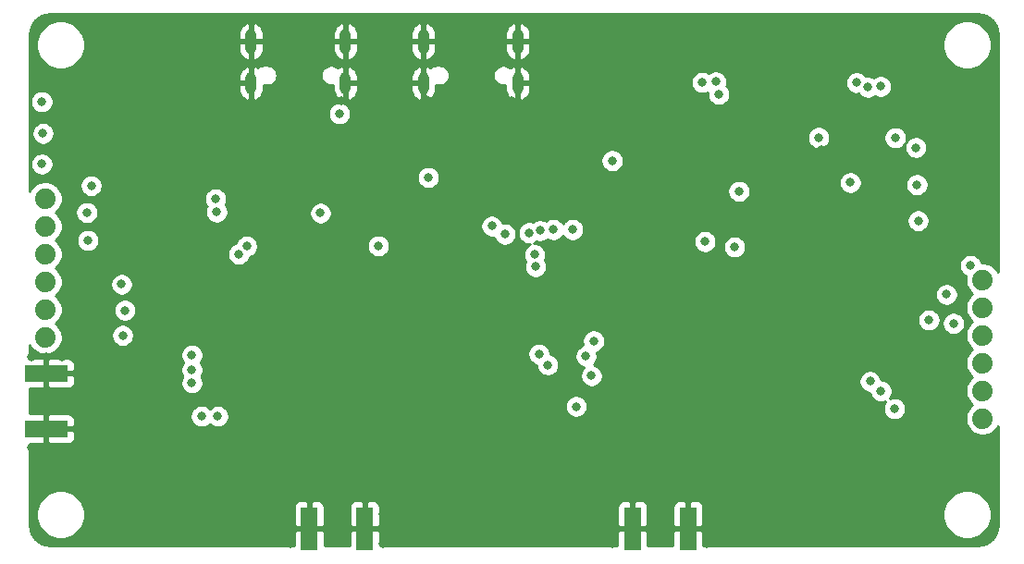
<source format=gbr>
%TF.GenerationSoftware,KiCad,Pcbnew,(5.1.7)-1*%
%TF.CreationDate,2020-10-06T15:51:41+07:00*%
%TF.ProjectId,ublox ZED-F9P (Full feature),75626c6f-7820-45a4-9544-2d4639502028,V1*%
%TF.SameCoordinates,Original*%
%TF.FileFunction,Copper,L3,Inr*%
%TF.FilePolarity,Positive*%
%FSLAX46Y46*%
G04 Gerber Fmt 4.6, Leading zero omitted, Abs format (unit mm)*
G04 Created by KiCad (PCBNEW (5.1.7)-1) date 2020-10-06 15:51:41*
%MOMM*%
%LPD*%
G01*
G04 APERTURE LIST*
%TA.AperFunction,ComponentPad*%
%ADD10O,1.000000X2.300000*%
%TD*%
%TA.AperFunction,ComponentPad*%
%ADD11O,1.000000X2.000000*%
%TD*%
%TA.AperFunction,ComponentPad*%
%ADD12C,1.879600*%
%TD*%
%TA.AperFunction,Conductor*%
%ADD13R,1.500000X4.000000*%
%TD*%
%TA.AperFunction,Conductor*%
%ADD14R,4.000000X1.500000*%
%TD*%
%TA.AperFunction,ViaPad*%
%ADD15C,0.812800*%
%TD*%
%TA.AperFunction,Conductor*%
%ADD16C,0.254000*%
%TD*%
%TA.AperFunction,Conductor*%
%ADD17C,0.100000*%
%TD*%
G04 APERTURE END LIST*
D10*
%TO.N,GND*%
%TO.C,P2*%
X156716000Y-53178900D03*
X165356000Y-53178900D03*
D11*
X165356000Y-57003900D03*
X156716000Y-57003900D03*
%TD*%
D10*
%TO.N,GND*%
%TO.C,P1*%
X140942600Y-53178900D03*
X149582600Y-53178900D03*
D11*
X149582600Y-57003900D03*
X140942600Y-57003900D03*
%TD*%
D12*
%TO.N,/INT_P*%
%TO.C,J6*%
X122110500Y-80264000D03*
%TO.N,/~SAFE_P*%
X122110500Y-77724000D03*
%TO.N,/~RESET_P*%
X122110500Y-75184000D03*
%TO.N,/PPS_STAT_P*%
X122110500Y-72644000D03*
%TO.N,/RTK_STAT_P*%
X122110500Y-70104000D03*
%TO.N,/FENCE_STAT_P*%
X122110500Y-67564000D03*
%TD*%
%TO.N,/INT_H*%
%TO.C,J2*%
X207900000Y-87700000D03*
%TO.N,/~SAFE_H*%
X207900000Y-85160000D03*
%TO.N,/~RESET_H*%
X207900000Y-82620000D03*
%TO.N,/PPS_STAT_H*%
X207900000Y-80080000D03*
%TO.N,/RTK_STAT_H*%
X207900000Y-77540000D03*
%TO.N,/FENCE_STAT_H*%
X207900000Y-75000000D03*
%TD*%
D13*
%TO.N,GND*%
%TO.C,E3*%
X175860000Y-97800000D03*
X180940000Y-97800000D03*
%TD*%
D14*
%TO.N,GND*%
%TO.C,E2*%
X122200000Y-83566000D03*
X122200000Y-88646000D03*
%TD*%
D13*
%TO.N,GND*%
%TO.C,E1*%
X146260000Y-97800000D03*
X151340000Y-97800000D03*
%TD*%
D15*
%TO.N,/BACKUP*%
X137900000Y-87500000D03*
X152600000Y-71900000D03*
X185600000Y-66899998D03*
%TO.N,GND*%
X139344400Y-64211200D03*
X144678390Y-61459702D03*
X141058900Y-58826400D03*
X164757100Y-58635900D03*
X149225000Y-58635900D03*
X157340300Y-62979300D03*
X161890003Y-60648107D03*
X166750000Y-63499998D03*
X151000000Y-63999988D03*
X177500000Y-55250000D03*
X147625000Y-93583332D03*
X147625000Y-92441666D03*
X147625000Y-91300000D03*
X147800000Y-90250000D03*
X149900000Y-93700000D03*
X149900000Y-92600000D03*
X150000000Y-90200000D03*
X151100000Y-90200000D03*
X152100000Y-90200000D03*
X157050000Y-92450000D03*
X157300000Y-90000000D03*
X158500000Y-90000000D03*
X159600000Y-90000000D03*
X160700000Y-90000000D03*
X161800000Y-90000000D03*
X156975000Y-58500000D03*
X179100000Y-65200000D03*
X137300000Y-90100000D03*
X154400000Y-69000000D03*
X190100000Y-70500000D03*
X154500000Y-71100000D03*
X130000000Y-94800000D03*
X187100000Y-90700000D03*
X185327346Y-70311210D03*
X125500000Y-83600000D03*
X191250004Y-55500000D03*
X148600000Y-85175000D03*
X150675000Y-85175000D03*
X152775000Y-85175000D03*
X154900000Y-85175000D03*
X157025000Y-85175000D03*
X159150000Y-85175000D03*
X161200000Y-85175000D03*
X163400000Y-85175000D03*
X163300000Y-88400000D03*
X163300000Y-89350000D03*
X164550000Y-89075000D03*
X146450000Y-85175000D03*
X150725000Y-83075000D03*
X146500000Y-83075000D03*
X148650000Y-83075000D03*
X161250000Y-83075000D03*
X157075000Y-83075000D03*
X159200000Y-83075000D03*
X154950000Y-83075000D03*
X163450000Y-83075000D03*
X152825000Y-83075000D03*
X161200000Y-81025000D03*
X152775000Y-81025000D03*
X146450000Y-81025000D03*
X154900000Y-81025000D03*
X157025000Y-81025000D03*
X163400000Y-81025000D03*
X159150000Y-81025000D03*
X148600000Y-81025000D03*
X150675000Y-81025000D03*
X163425000Y-78950000D03*
X148625000Y-78950000D03*
X157050000Y-78950000D03*
X146475000Y-78950000D03*
X161225000Y-78950000D03*
X159175000Y-78950000D03*
X152800000Y-78950000D03*
X154925000Y-78950000D03*
X150700000Y-78950000D03*
X150650000Y-76900000D03*
X161175000Y-76900000D03*
X157000000Y-76900000D03*
X163375000Y-76900000D03*
X148575000Y-76900000D03*
X152750000Y-76900000D03*
X154875000Y-76900000D03*
X159125000Y-76900000D03*
X146425000Y-76900000D03*
X150700000Y-74950000D03*
X148625000Y-74950000D03*
X161225000Y-74950000D03*
X152800000Y-74950000D03*
X157050000Y-74950000D03*
X159175000Y-74950000D03*
X146475000Y-74950000D03*
X154925000Y-74950000D03*
X163425000Y-74950000D03*
X150750000Y-87100000D03*
X146350000Y-87125000D03*
X148600000Y-87100000D03*
X161225000Y-87100000D03*
X157025000Y-87100000D03*
X159100000Y-87100000D03*
X154900000Y-87075000D03*
X163300000Y-87125000D03*
X152800000Y-87075000D03*
X192900000Y-81000000D03*
X178100000Y-81000000D03*
X190750000Y-83050000D03*
X182325000Y-83050000D03*
X176000000Y-83050000D03*
X186525000Y-81000000D03*
X175950000Y-81000000D03*
X190700000Y-81000000D03*
X188650000Y-81000000D03*
X184450000Y-83050000D03*
X180175000Y-85150000D03*
X182275000Y-81000000D03*
X186575000Y-83050000D03*
X175950000Y-85150000D03*
X192950000Y-83050000D03*
X188650000Y-83025000D03*
X184400000Y-81000000D03*
X178150000Y-83050000D03*
X180225000Y-83050000D03*
X180175000Y-81000000D03*
X186550000Y-74925000D03*
X182300000Y-74925000D03*
X180225000Y-74900000D03*
X178075000Y-74900000D03*
X192925000Y-74925000D03*
X188675000Y-74925000D03*
X184425000Y-74925000D03*
X175975000Y-74925000D03*
X190725000Y-74925000D03*
X178100000Y-85150000D03*
X180175000Y-78950000D03*
X190750000Y-78925000D03*
X180275000Y-76875000D03*
X178150000Y-76850000D03*
X190675000Y-76875000D03*
X186550000Y-78925000D03*
X182325000Y-76875000D03*
X186500000Y-76875000D03*
X192925000Y-78925000D03*
X188625000Y-76875000D03*
X190700000Y-85150000D03*
X178125000Y-78925000D03*
X175925000Y-76875000D03*
X182300000Y-78925000D03*
X184375000Y-76875000D03*
X192875000Y-76875000D03*
X184425000Y-78925000D03*
X188600000Y-78925000D03*
X175975000Y-78925000D03*
X186525000Y-85100000D03*
X175975000Y-87075000D03*
X178075000Y-87050000D03*
X188575000Y-87050000D03*
X180225000Y-87050000D03*
X188625000Y-85100000D03*
X190700000Y-87050000D03*
X186500000Y-87050000D03*
X182325000Y-87025000D03*
X184400000Y-85150000D03*
X184375000Y-87025000D03*
X192900000Y-85150000D03*
X182275000Y-85150000D03*
X192800000Y-87100000D03*
X177350000Y-94725000D03*
X177250000Y-93575000D03*
X177250000Y-92200000D03*
X177250000Y-91025000D03*
X177225000Y-89950000D03*
X179350000Y-94775000D03*
X179400000Y-93575000D03*
X179350000Y-92275000D03*
X180550000Y-92125000D03*
X182725000Y-92600000D03*
X184725000Y-92000000D03*
X186275000Y-91900000D03*
X151350000Y-92900000D03*
X154100000Y-93375000D03*
X146400000Y-90300000D03*
X144575000Y-90375000D03*
X142925000Y-89875000D03*
X142725000Y-88500000D03*
X142875000Y-85400000D03*
X142950000Y-81175000D03*
X142900000Y-79850000D03*
X142900000Y-78550000D03*
X142975000Y-77325000D03*
X143050000Y-73325000D03*
X163900000Y-72925000D03*
X165200000Y-73025000D03*
X166675000Y-76500000D03*
X166675000Y-77900000D03*
X166675000Y-79300000D03*
X166675000Y-80625000D03*
X166675000Y-84325000D03*
X166675000Y-85825000D03*
X166675000Y-87350000D03*
X166675000Y-88700000D03*
X165425000Y-90425000D03*
X163350000Y-90425000D03*
X166675000Y-90125000D03*
X188625000Y-90325000D03*
X190950000Y-90400000D03*
X192800000Y-90400000D03*
X195025000Y-90300000D03*
X193875000Y-89000000D03*
X196250000Y-88400000D03*
X196250000Y-87025000D03*
X196250000Y-85325000D03*
X196250000Y-84125000D03*
X196100000Y-81075000D03*
X196100000Y-79625000D03*
X196100000Y-78325000D03*
X196100000Y-77225000D03*
X196100000Y-76150000D03*
X196500000Y-73250000D03*
X194000000Y-72925000D03*
X192475000Y-72100000D03*
X190875000Y-72000000D03*
X175475000Y-72525000D03*
X172750000Y-76200000D03*
X172675000Y-77700000D03*
X172675000Y-79200000D03*
X147625000Y-94725000D03*
X150050000Y-94825000D03*
X146500000Y-89200000D03*
X146500000Y-88175000D03*
X175950000Y-89475000D03*
X176025000Y-88250000D03*
X144544240Y-96425000D03*
X144538480Y-97800000D03*
X144550000Y-99175000D03*
X162000000Y-69000000D03*
X154175000Y-66888790D03*
X195650000Y-59675000D03*
X196275000Y-62275000D03*
X178700000Y-57425000D03*
X185750000Y-59775000D03*
X193125000Y-63075000D03*
X194775000Y-63075000D03*
X193150000Y-64575000D03*
X195200000Y-64575000D03*
X199475000Y-60750000D03*
X199500000Y-65675000D03*
X197775000Y-66350000D03*
X195900000Y-71125000D03*
X195325000Y-72025000D03*
X196725000Y-75175000D03*
X197800000Y-60750000D03*
X197900000Y-62300000D03*
X153019240Y-96425000D03*
X153013480Y-97800000D03*
X153025000Y-99175000D03*
X174044240Y-96400000D03*
X174050000Y-99150000D03*
X174038480Y-97775000D03*
X182644240Y-96400000D03*
X182638480Y-97775000D03*
X182650000Y-99150000D03*
X120850000Y-90330760D03*
X122225000Y-90336520D03*
X123600000Y-90325000D03*
X122225000Y-82086520D03*
X120850000Y-82080760D03*
X123600000Y-82075000D03*
X144925000Y-71025000D03*
%TO.N,/FENCE_STAT_P*%
X126318937Y-66386866D03*
%TO.N,Net-(FENCE1-Pad1)*%
X121800000Y-58700000D03*
%TO.N,/FENCE_STAT_H*%
X206811210Y-73700000D03*
%TO.N,Net-(FENCE2-Pad1)*%
X201800000Y-62900000D03*
%TO.N,/PPS_STAT_H*%
X205232002Y-79000000D03*
%TO.N,/RTK_STAT_H*%
X204600000Y-76350000D03*
%TO.N,/PPS_STAT_P*%
X126000000Y-71400000D03*
%TO.N,/RTK_STAT_P*%
X125900000Y-68850000D03*
%TO.N,Net-(PPS2-Pad2)*%
X170700000Y-86600000D03*
%TO.N,Net-(PPS2-Pad1)*%
X202995902Y-78690098D03*
%TO.N,Net-(PPS_LED1-Pad1)*%
X121800000Y-64400000D03*
%TO.N,Net-(PPS_LED2-Pad1)*%
X202000000Y-69600000D03*
%TO.N,Net-(R12-Pad2)*%
X121900000Y-61600000D03*
%TO.N,Net-(R18-Pad1)*%
X129200000Y-80100000D03*
X135536390Y-84450532D03*
%TO.N,Net-(R19-Pad1)*%
X129091448Y-75414995D03*
X135536390Y-81900000D03*
%TO.N,Net-(R20-Pad1)*%
X129400000Y-77800000D03*
X135536390Y-83249878D03*
%TO.N,/RX2_P*%
X183475000Y-56875000D03*
X197400000Y-57375000D03*
X170375000Y-70408821D03*
%TO.N,/TX2_P*%
X182250000Y-56925000D03*
X196375000Y-56950000D03*
X183750000Y-58013790D03*
X168610940Y-70408821D03*
%TO.N,Net-(R24-Pad1)*%
X137800000Y-68800000D03*
X166400000Y-70700000D03*
X166900000Y-72700000D03*
X167300000Y-81800000D03*
%TO.N,Net-(R25-Pad1)*%
X137700000Y-67600000D03*
X168099998Y-82800000D03*
X167400000Y-70499998D03*
X166985473Y-73808176D03*
%TO.N,Net-(R28-Pad1)*%
X197600000Y-84300000D03*
X172300000Y-80600000D03*
%TO.N,Net-(R29-Pad1)*%
X172100000Y-83800000D03*
X199830000Y-86810000D03*
%TO.N,Net-(R32-Pad1)*%
X198600000Y-85200000D03*
X171600000Y-82000000D03*
%TO.N,Net-(R36-Pad2)*%
X201900000Y-66300000D03*
%TO.N,/RX1*%
X139827391Y-72651279D03*
X162978410Y-70079973D03*
%TO.N,/TX1*%
X140545820Y-71932851D03*
X164175000Y-70825004D03*
%TO.N,+3V3*%
X199900000Y-62000000D03*
X195800000Y-66100000D03*
X136400000Y-87500000D03*
X147300000Y-68900000D03*
X174000000Y-64100000D03*
X182500000Y-71500000D03*
X185200000Y-72000000D03*
X157172412Y-65636390D03*
%TO.N,Net-(C6-Pad1)*%
X149025000Y-59800000D03*
%TO.N,Net-(D1-Pad2)*%
X198575000Y-57300000D03*
X192900000Y-61975000D03*
%TD*%
D16*
%TO.N,GND*%
X207851897Y-50722789D02*
X208190393Y-50824987D01*
X208502588Y-50990984D01*
X208776597Y-51214460D01*
X209001980Y-51486902D01*
X209170153Y-51797931D01*
X209274712Y-52135708D01*
X209315001Y-52519031D01*
X209315001Y-74300961D01*
X209295570Y-74254052D01*
X209123227Y-73996123D01*
X208903877Y-73776773D01*
X208645948Y-73604430D01*
X208359352Y-73485718D01*
X208055104Y-73425200D01*
X207818351Y-73425200D01*
X207812590Y-73396235D01*
X207734087Y-73206712D01*
X207620118Y-73036146D01*
X207475064Y-72891092D01*
X207304498Y-72777123D01*
X207114975Y-72698620D01*
X206913779Y-72658600D01*
X206708641Y-72658600D01*
X206507445Y-72698620D01*
X206317922Y-72777123D01*
X206147356Y-72891092D01*
X206002302Y-73036146D01*
X205888333Y-73206712D01*
X205809830Y-73396235D01*
X205769810Y-73597431D01*
X205769810Y-73802569D01*
X205809830Y-74003765D01*
X205888333Y-74193288D01*
X206002302Y-74363854D01*
X206147356Y-74508908D01*
X206317922Y-74622877D01*
X206365446Y-74642562D01*
X206325200Y-74844896D01*
X206325200Y-75155104D01*
X206385718Y-75459352D01*
X206504430Y-75745948D01*
X206676773Y-76003877D01*
X206896123Y-76223227D01*
X206966124Y-76270000D01*
X206896123Y-76316773D01*
X206676773Y-76536123D01*
X206504430Y-76794052D01*
X206385718Y-77080648D01*
X206325200Y-77384896D01*
X206325200Y-77695104D01*
X206385718Y-77999352D01*
X206504430Y-78285948D01*
X206676773Y-78543877D01*
X206896123Y-78763227D01*
X206966124Y-78810000D01*
X206896123Y-78856773D01*
X206676773Y-79076123D01*
X206504430Y-79334052D01*
X206385718Y-79620648D01*
X206325200Y-79924896D01*
X206325200Y-80235104D01*
X206385718Y-80539352D01*
X206504430Y-80825948D01*
X206676773Y-81083877D01*
X206896123Y-81303227D01*
X206966124Y-81350000D01*
X206896123Y-81396773D01*
X206676773Y-81616123D01*
X206504430Y-81874052D01*
X206385718Y-82160648D01*
X206325200Y-82464896D01*
X206325200Y-82775104D01*
X206385718Y-83079352D01*
X206504430Y-83365948D01*
X206676773Y-83623877D01*
X206896123Y-83843227D01*
X206966124Y-83890000D01*
X206896123Y-83936773D01*
X206676773Y-84156123D01*
X206504430Y-84414052D01*
X206385718Y-84700648D01*
X206325200Y-85004896D01*
X206325200Y-85315104D01*
X206385718Y-85619352D01*
X206504430Y-85905948D01*
X206676773Y-86163877D01*
X206896123Y-86383227D01*
X206966124Y-86430000D01*
X206896123Y-86476773D01*
X206676773Y-86696123D01*
X206504430Y-86954052D01*
X206385718Y-87240648D01*
X206325200Y-87544896D01*
X206325200Y-87855104D01*
X206385718Y-88159352D01*
X206504430Y-88445948D01*
X206676773Y-88703877D01*
X206896123Y-88923227D01*
X207154052Y-89095570D01*
X207440648Y-89214282D01*
X207744896Y-89274800D01*
X208055104Y-89274800D01*
X208359352Y-89214282D01*
X208645948Y-89095570D01*
X208903877Y-88923227D01*
X209123227Y-88703877D01*
X209295570Y-88445948D01*
X209315000Y-88399039D01*
X209315000Y-97466495D01*
X209277211Y-97851897D01*
X209175013Y-98190392D01*
X209009016Y-98502588D01*
X208785539Y-98776599D01*
X208513098Y-99001980D01*
X208202069Y-99170153D01*
X207864296Y-99274711D01*
X207480977Y-99315000D01*
X182327203Y-99315000D01*
X182325000Y-98085750D01*
X182166250Y-97927000D01*
X181067000Y-97927000D01*
X181067000Y-97947000D01*
X180813000Y-97947000D01*
X180813000Y-97927000D01*
X179713750Y-97927000D01*
X179555000Y-98085750D01*
X179552797Y-99315000D01*
X177247203Y-99315000D01*
X177245000Y-98085750D01*
X177086250Y-97927000D01*
X175987000Y-97927000D01*
X175987000Y-97947000D01*
X175733000Y-97947000D01*
X175733000Y-97927000D01*
X174633750Y-97927000D01*
X174475000Y-98085750D01*
X174472797Y-99315000D01*
X152727203Y-99315000D01*
X152725000Y-98085750D01*
X152566250Y-97927000D01*
X151467000Y-97927000D01*
X151467000Y-97947000D01*
X151213000Y-97947000D01*
X151213000Y-97927000D01*
X150113750Y-97927000D01*
X149955000Y-98085750D01*
X149952797Y-99315000D01*
X147647203Y-99315000D01*
X147645000Y-98085750D01*
X147486250Y-97927000D01*
X146387000Y-97927000D01*
X146387000Y-97947000D01*
X146133000Y-97947000D01*
X146133000Y-97927000D01*
X145033750Y-97927000D01*
X144875000Y-98085750D01*
X144872797Y-99315000D01*
X122533505Y-99315000D01*
X122148103Y-99277211D01*
X121809608Y-99175013D01*
X121497412Y-99009016D01*
X121223401Y-98785539D01*
X120998020Y-98513098D01*
X120829847Y-98202069D01*
X120725289Y-97864296D01*
X120685000Y-97480977D01*
X120685000Y-96279872D01*
X121265000Y-96279872D01*
X121265000Y-96720128D01*
X121350890Y-97151925D01*
X121519369Y-97558669D01*
X121763962Y-97924729D01*
X122075271Y-98236038D01*
X122441331Y-98480631D01*
X122848075Y-98649110D01*
X123279872Y-98735000D01*
X123720128Y-98735000D01*
X124151925Y-98649110D01*
X124558669Y-98480631D01*
X124924729Y-98236038D01*
X125236038Y-97924729D01*
X125480631Y-97558669D01*
X125649110Y-97151925D01*
X125735000Y-96720128D01*
X125735000Y-96279872D01*
X125649110Y-95848075D01*
X125629197Y-95800000D01*
X144871928Y-95800000D01*
X144875000Y-97514250D01*
X145033750Y-97673000D01*
X146133000Y-97673000D01*
X146133000Y-95323750D01*
X146387000Y-95323750D01*
X146387000Y-97673000D01*
X147486250Y-97673000D01*
X147645000Y-97514250D01*
X147648072Y-95800000D01*
X149951928Y-95800000D01*
X149955000Y-97514250D01*
X150113750Y-97673000D01*
X151213000Y-97673000D01*
X151213000Y-95323750D01*
X151467000Y-95323750D01*
X151467000Y-97673000D01*
X152566250Y-97673000D01*
X152725000Y-97514250D01*
X152728072Y-95800000D01*
X174471928Y-95800000D01*
X174475000Y-97514250D01*
X174633750Y-97673000D01*
X175733000Y-97673000D01*
X175733000Y-95323750D01*
X175987000Y-95323750D01*
X175987000Y-97673000D01*
X177086250Y-97673000D01*
X177245000Y-97514250D01*
X177248072Y-95800000D01*
X179551928Y-95800000D01*
X179555000Y-97514250D01*
X179713750Y-97673000D01*
X180813000Y-97673000D01*
X180813000Y-95323750D01*
X181067000Y-95323750D01*
X181067000Y-97673000D01*
X182166250Y-97673000D01*
X182325000Y-97514250D01*
X182327212Y-96279872D01*
X204265000Y-96279872D01*
X204265000Y-96720128D01*
X204350890Y-97151925D01*
X204519369Y-97558669D01*
X204763962Y-97924729D01*
X205075271Y-98236038D01*
X205441331Y-98480631D01*
X205848075Y-98649110D01*
X206279872Y-98735000D01*
X206720128Y-98735000D01*
X207151925Y-98649110D01*
X207558669Y-98480631D01*
X207924729Y-98236038D01*
X208236038Y-97924729D01*
X208480631Y-97558669D01*
X208649110Y-97151925D01*
X208735000Y-96720128D01*
X208735000Y-96279872D01*
X208649110Y-95848075D01*
X208480631Y-95441331D01*
X208236038Y-95075271D01*
X207924729Y-94763962D01*
X207558669Y-94519369D01*
X207151925Y-94350890D01*
X206720128Y-94265000D01*
X206279872Y-94265000D01*
X205848075Y-94350890D01*
X205441331Y-94519369D01*
X205075271Y-94763962D01*
X204763962Y-95075271D01*
X204519369Y-95441331D01*
X204350890Y-95848075D01*
X204265000Y-96279872D01*
X182327212Y-96279872D01*
X182328072Y-95800000D01*
X182315812Y-95675518D01*
X182279502Y-95555820D01*
X182220537Y-95445506D01*
X182141185Y-95348815D01*
X182044494Y-95269463D01*
X181934180Y-95210498D01*
X181814482Y-95174188D01*
X181690000Y-95161928D01*
X181225750Y-95165000D01*
X181067000Y-95323750D01*
X180813000Y-95323750D01*
X180654250Y-95165000D01*
X180190000Y-95161928D01*
X180065518Y-95174188D01*
X179945820Y-95210498D01*
X179835506Y-95269463D01*
X179738815Y-95348815D01*
X179659463Y-95445506D01*
X179600498Y-95555820D01*
X179564188Y-95675518D01*
X179551928Y-95800000D01*
X177248072Y-95800000D01*
X177235812Y-95675518D01*
X177199502Y-95555820D01*
X177140537Y-95445506D01*
X177061185Y-95348815D01*
X176964494Y-95269463D01*
X176854180Y-95210498D01*
X176734482Y-95174188D01*
X176610000Y-95161928D01*
X176145750Y-95165000D01*
X175987000Y-95323750D01*
X175733000Y-95323750D01*
X175574250Y-95165000D01*
X175110000Y-95161928D01*
X174985518Y-95174188D01*
X174865820Y-95210498D01*
X174755506Y-95269463D01*
X174658815Y-95348815D01*
X174579463Y-95445506D01*
X174520498Y-95555820D01*
X174484188Y-95675518D01*
X174471928Y-95800000D01*
X152728072Y-95800000D01*
X152715812Y-95675518D01*
X152679502Y-95555820D01*
X152620537Y-95445506D01*
X152541185Y-95348815D01*
X152444494Y-95269463D01*
X152334180Y-95210498D01*
X152214482Y-95174188D01*
X152090000Y-95161928D01*
X151625750Y-95165000D01*
X151467000Y-95323750D01*
X151213000Y-95323750D01*
X151054250Y-95165000D01*
X150590000Y-95161928D01*
X150465518Y-95174188D01*
X150345820Y-95210498D01*
X150235506Y-95269463D01*
X150138815Y-95348815D01*
X150059463Y-95445506D01*
X150000498Y-95555820D01*
X149964188Y-95675518D01*
X149951928Y-95800000D01*
X147648072Y-95800000D01*
X147635812Y-95675518D01*
X147599502Y-95555820D01*
X147540537Y-95445506D01*
X147461185Y-95348815D01*
X147364494Y-95269463D01*
X147254180Y-95210498D01*
X147134482Y-95174188D01*
X147010000Y-95161928D01*
X146545750Y-95165000D01*
X146387000Y-95323750D01*
X146133000Y-95323750D01*
X145974250Y-95165000D01*
X145510000Y-95161928D01*
X145385518Y-95174188D01*
X145265820Y-95210498D01*
X145155506Y-95269463D01*
X145058815Y-95348815D01*
X144979463Y-95445506D01*
X144920498Y-95555820D01*
X144884188Y-95675518D01*
X144871928Y-95800000D01*
X125629197Y-95800000D01*
X125480631Y-95441331D01*
X125236038Y-95075271D01*
X124924729Y-94763962D01*
X124558669Y-94519369D01*
X124151925Y-94350890D01*
X123720128Y-94265000D01*
X123279872Y-94265000D01*
X122848075Y-94350890D01*
X122441331Y-94519369D01*
X122075271Y-94763962D01*
X121763962Y-95075271D01*
X121519369Y-95441331D01*
X121350890Y-95848075D01*
X121265000Y-96279872D01*
X120685000Y-96279872D01*
X120685000Y-90033203D01*
X121914250Y-90031000D01*
X122073000Y-89872250D01*
X122073000Y-88773000D01*
X122327000Y-88773000D01*
X122327000Y-89872250D01*
X122485750Y-90031000D01*
X124200000Y-90034072D01*
X124324482Y-90021812D01*
X124444180Y-89985502D01*
X124554494Y-89926537D01*
X124651185Y-89847185D01*
X124730537Y-89750494D01*
X124789502Y-89640180D01*
X124825812Y-89520482D01*
X124838072Y-89396000D01*
X124835000Y-88931750D01*
X124676250Y-88773000D01*
X122327000Y-88773000D01*
X122073000Y-88773000D01*
X122053000Y-88773000D01*
X122053000Y-88519000D01*
X122073000Y-88519000D01*
X122073000Y-87419750D01*
X122327000Y-87419750D01*
X122327000Y-88519000D01*
X124676250Y-88519000D01*
X124835000Y-88360250D01*
X124838072Y-87896000D01*
X124825812Y-87771518D01*
X124789502Y-87651820D01*
X124730537Y-87541506D01*
X124651185Y-87444815D01*
X124593448Y-87397431D01*
X135358600Y-87397431D01*
X135358600Y-87602569D01*
X135398620Y-87803765D01*
X135477123Y-87993288D01*
X135591092Y-88163854D01*
X135736146Y-88308908D01*
X135906712Y-88422877D01*
X136096235Y-88501380D01*
X136297431Y-88541400D01*
X136502569Y-88541400D01*
X136703765Y-88501380D01*
X136893288Y-88422877D01*
X137063854Y-88308908D01*
X137150000Y-88222762D01*
X137236146Y-88308908D01*
X137406712Y-88422877D01*
X137596235Y-88501380D01*
X137797431Y-88541400D01*
X138002569Y-88541400D01*
X138203765Y-88501380D01*
X138393288Y-88422877D01*
X138563854Y-88308908D01*
X138708908Y-88163854D01*
X138822877Y-87993288D01*
X138901380Y-87803765D01*
X138941400Y-87602569D01*
X138941400Y-87397431D01*
X138901380Y-87196235D01*
X138822877Y-87006712D01*
X138708908Y-86836146D01*
X138563854Y-86691092D01*
X138393288Y-86577123D01*
X138203765Y-86498620D01*
X138197788Y-86497431D01*
X169658600Y-86497431D01*
X169658600Y-86702569D01*
X169698620Y-86903765D01*
X169777123Y-87093288D01*
X169891092Y-87263854D01*
X170036146Y-87408908D01*
X170206712Y-87522877D01*
X170396235Y-87601380D01*
X170597431Y-87641400D01*
X170802569Y-87641400D01*
X171003765Y-87601380D01*
X171193288Y-87522877D01*
X171363854Y-87408908D01*
X171508908Y-87263854D01*
X171622877Y-87093288D01*
X171701380Y-86903765D01*
X171741400Y-86702569D01*
X171741400Y-86497431D01*
X171701380Y-86296235D01*
X171622877Y-86106712D01*
X171508908Y-85936146D01*
X171363854Y-85791092D01*
X171193288Y-85677123D01*
X171003765Y-85598620D01*
X170802569Y-85558600D01*
X170597431Y-85558600D01*
X170396235Y-85598620D01*
X170206712Y-85677123D01*
X170036146Y-85791092D01*
X169891092Y-85936146D01*
X169777123Y-86106712D01*
X169698620Y-86296235D01*
X169658600Y-86497431D01*
X138197788Y-86497431D01*
X138002569Y-86458600D01*
X137797431Y-86458600D01*
X137596235Y-86498620D01*
X137406712Y-86577123D01*
X137236146Y-86691092D01*
X137150000Y-86777238D01*
X137063854Y-86691092D01*
X136893288Y-86577123D01*
X136703765Y-86498620D01*
X136502569Y-86458600D01*
X136297431Y-86458600D01*
X136096235Y-86498620D01*
X135906712Y-86577123D01*
X135736146Y-86691092D01*
X135591092Y-86836146D01*
X135477123Y-87006712D01*
X135398620Y-87196235D01*
X135358600Y-87397431D01*
X124593448Y-87397431D01*
X124554494Y-87365463D01*
X124444180Y-87306498D01*
X124324482Y-87270188D01*
X124200000Y-87257928D01*
X122485750Y-87261000D01*
X122327000Y-87419750D01*
X122073000Y-87419750D01*
X121914250Y-87261000D01*
X120685000Y-87258797D01*
X120685000Y-84953203D01*
X121914250Y-84951000D01*
X122073000Y-84792250D01*
X122073000Y-83693000D01*
X122327000Y-83693000D01*
X122327000Y-84792250D01*
X122485750Y-84951000D01*
X124200000Y-84954072D01*
X124324482Y-84941812D01*
X124444180Y-84905502D01*
X124554494Y-84846537D01*
X124651185Y-84767185D01*
X124730537Y-84670494D01*
X124789502Y-84560180D01*
X124825812Y-84440482D01*
X124838072Y-84316000D01*
X124835000Y-83851750D01*
X124676250Y-83693000D01*
X122327000Y-83693000D01*
X122073000Y-83693000D01*
X122053000Y-83693000D01*
X122053000Y-83439000D01*
X122073000Y-83439000D01*
X122073000Y-82339750D01*
X122327000Y-82339750D01*
X122327000Y-83439000D01*
X124676250Y-83439000D01*
X124835000Y-83280250D01*
X124838072Y-82816000D01*
X124825812Y-82691518D01*
X124789502Y-82571820D01*
X124730537Y-82461506D01*
X124651185Y-82364815D01*
X124554494Y-82285463D01*
X124444180Y-82226498D01*
X124324482Y-82190188D01*
X124200000Y-82177928D01*
X122485750Y-82181000D01*
X122327000Y-82339750D01*
X122073000Y-82339750D01*
X121914250Y-82181000D01*
X120685000Y-82178797D01*
X120685000Y-80937691D01*
X120714930Y-81009948D01*
X120887273Y-81267877D01*
X121106623Y-81487227D01*
X121364552Y-81659570D01*
X121651148Y-81778282D01*
X121955396Y-81838800D01*
X122265604Y-81838800D01*
X122473582Y-81797431D01*
X134494990Y-81797431D01*
X134494990Y-82002569D01*
X134535010Y-82203765D01*
X134613513Y-82393288D01*
X134727482Y-82563854D01*
X134738567Y-82574939D01*
X134727482Y-82586024D01*
X134613513Y-82756590D01*
X134535010Y-82946113D01*
X134494990Y-83147309D01*
X134494990Y-83352447D01*
X134535010Y-83553643D01*
X134613513Y-83743166D01*
X134685034Y-83850205D01*
X134613513Y-83957244D01*
X134535010Y-84146767D01*
X134494990Y-84347963D01*
X134494990Y-84553101D01*
X134535010Y-84754297D01*
X134613513Y-84943820D01*
X134727482Y-85114386D01*
X134872536Y-85259440D01*
X135043102Y-85373409D01*
X135232625Y-85451912D01*
X135433821Y-85491932D01*
X135638959Y-85491932D01*
X135840155Y-85451912D01*
X136029678Y-85373409D01*
X136200244Y-85259440D01*
X136345298Y-85114386D01*
X136459267Y-84943820D01*
X136537770Y-84754297D01*
X136577790Y-84553101D01*
X136577790Y-84347963D01*
X136537770Y-84146767D01*
X136459267Y-83957244D01*
X136387746Y-83850205D01*
X136459267Y-83743166D01*
X136537770Y-83553643D01*
X136577790Y-83352447D01*
X136577790Y-83147309D01*
X136537770Y-82946113D01*
X136459267Y-82756590D01*
X136345298Y-82586024D01*
X136334213Y-82574939D01*
X136345298Y-82563854D01*
X136459267Y-82393288D01*
X136537770Y-82203765D01*
X136577790Y-82002569D01*
X136577790Y-81797431D01*
X136557899Y-81697431D01*
X166258600Y-81697431D01*
X166258600Y-81902569D01*
X166298620Y-82103765D01*
X166377123Y-82293288D01*
X166491092Y-82463854D01*
X166636146Y-82608908D01*
X166806712Y-82722877D01*
X166996235Y-82801380D01*
X167058598Y-82813785D01*
X167058598Y-82902569D01*
X167098618Y-83103765D01*
X167177121Y-83293288D01*
X167291090Y-83463854D01*
X167436144Y-83608908D01*
X167606710Y-83722877D01*
X167796233Y-83801380D01*
X167997429Y-83841400D01*
X168202567Y-83841400D01*
X168403763Y-83801380D01*
X168593286Y-83722877D01*
X168763852Y-83608908D01*
X168908906Y-83463854D01*
X169022875Y-83293288D01*
X169101378Y-83103765D01*
X169141398Y-82902569D01*
X169141398Y-82697431D01*
X169101378Y-82496235D01*
X169022875Y-82306712D01*
X168908906Y-82136146D01*
X168763852Y-81991092D01*
X168623679Y-81897431D01*
X170558600Y-81897431D01*
X170558600Y-82102569D01*
X170598620Y-82303765D01*
X170677123Y-82493288D01*
X170791092Y-82663854D01*
X170936146Y-82808908D01*
X171106712Y-82922877D01*
X171296235Y-83001380D01*
X171404352Y-83022886D01*
X171291092Y-83136146D01*
X171177123Y-83306712D01*
X171098620Y-83496235D01*
X171058600Y-83697431D01*
X171058600Y-83902569D01*
X171098620Y-84103765D01*
X171177123Y-84293288D01*
X171291092Y-84463854D01*
X171436146Y-84608908D01*
X171606712Y-84722877D01*
X171796235Y-84801380D01*
X171997431Y-84841400D01*
X172202569Y-84841400D01*
X172403765Y-84801380D01*
X172593288Y-84722877D01*
X172763854Y-84608908D01*
X172908908Y-84463854D01*
X173022877Y-84293288D01*
X173062582Y-84197431D01*
X196558600Y-84197431D01*
X196558600Y-84402569D01*
X196598620Y-84603765D01*
X196677123Y-84793288D01*
X196791092Y-84963854D01*
X196936146Y-85108908D01*
X197106712Y-85222877D01*
X197296235Y-85301380D01*
X197497431Y-85341400D01*
X197566324Y-85341400D01*
X197598620Y-85503765D01*
X197677123Y-85693288D01*
X197791092Y-85863854D01*
X197936146Y-86008908D01*
X198106712Y-86122877D01*
X198296235Y-86201380D01*
X198497431Y-86241400D01*
X198702569Y-86241400D01*
X198903765Y-86201380D01*
X199014962Y-86155321D01*
X198907123Y-86316712D01*
X198828620Y-86506235D01*
X198788600Y-86707431D01*
X198788600Y-86912569D01*
X198828620Y-87113765D01*
X198907123Y-87303288D01*
X199021092Y-87473854D01*
X199166146Y-87618908D01*
X199336712Y-87732877D01*
X199526235Y-87811380D01*
X199727431Y-87851400D01*
X199932569Y-87851400D01*
X200133765Y-87811380D01*
X200323288Y-87732877D01*
X200493854Y-87618908D01*
X200638908Y-87473854D01*
X200752877Y-87303288D01*
X200831380Y-87113765D01*
X200871400Y-86912569D01*
X200871400Y-86707431D01*
X200831380Y-86506235D01*
X200752877Y-86316712D01*
X200638908Y-86146146D01*
X200493854Y-86001092D01*
X200323288Y-85887123D01*
X200133765Y-85808620D01*
X199932569Y-85768600D01*
X199727431Y-85768600D01*
X199526235Y-85808620D01*
X199415038Y-85854679D01*
X199522877Y-85693288D01*
X199601380Y-85503765D01*
X199641400Y-85302569D01*
X199641400Y-85097431D01*
X199601380Y-84896235D01*
X199522877Y-84706712D01*
X199408908Y-84536146D01*
X199263854Y-84391092D01*
X199093288Y-84277123D01*
X198903765Y-84198620D01*
X198702569Y-84158600D01*
X198633676Y-84158600D01*
X198601380Y-83996235D01*
X198522877Y-83806712D01*
X198408908Y-83636146D01*
X198263854Y-83491092D01*
X198093288Y-83377123D01*
X197903765Y-83298620D01*
X197702569Y-83258600D01*
X197497431Y-83258600D01*
X197296235Y-83298620D01*
X197106712Y-83377123D01*
X196936146Y-83491092D01*
X196791092Y-83636146D01*
X196677123Y-83806712D01*
X196598620Y-83996235D01*
X196558600Y-84197431D01*
X173062582Y-84197431D01*
X173101380Y-84103765D01*
X173141400Y-83902569D01*
X173141400Y-83697431D01*
X173101380Y-83496235D01*
X173022877Y-83306712D01*
X172908908Y-83136146D01*
X172763854Y-82991092D01*
X172593288Y-82877123D01*
X172403765Y-82798620D01*
X172295648Y-82777114D01*
X172408908Y-82663854D01*
X172522877Y-82493288D01*
X172601380Y-82303765D01*
X172641400Y-82102569D01*
X172641400Y-81897431D01*
X172601380Y-81696235D01*
X172565262Y-81609039D01*
X172603765Y-81601380D01*
X172793288Y-81522877D01*
X172963854Y-81408908D01*
X173108908Y-81263854D01*
X173222877Y-81093288D01*
X173301380Y-80903765D01*
X173341400Y-80702569D01*
X173341400Y-80497431D01*
X173301380Y-80296235D01*
X173222877Y-80106712D01*
X173108908Y-79936146D01*
X172963854Y-79791092D01*
X172793288Y-79677123D01*
X172603765Y-79598620D01*
X172402569Y-79558600D01*
X172197431Y-79558600D01*
X171996235Y-79598620D01*
X171806712Y-79677123D01*
X171636146Y-79791092D01*
X171491092Y-79936146D01*
X171377123Y-80106712D01*
X171298620Y-80296235D01*
X171258600Y-80497431D01*
X171258600Y-80702569D01*
X171298620Y-80903765D01*
X171334738Y-80990961D01*
X171296235Y-80998620D01*
X171106712Y-81077123D01*
X170936146Y-81191092D01*
X170791092Y-81336146D01*
X170677123Y-81506712D01*
X170598620Y-81696235D01*
X170558600Y-81897431D01*
X168623679Y-81897431D01*
X168593286Y-81877123D01*
X168403763Y-81798620D01*
X168341400Y-81786215D01*
X168341400Y-81697431D01*
X168301380Y-81496235D01*
X168222877Y-81306712D01*
X168108908Y-81136146D01*
X167963854Y-80991092D01*
X167793288Y-80877123D01*
X167603765Y-80798620D01*
X167402569Y-80758600D01*
X167197431Y-80758600D01*
X166996235Y-80798620D01*
X166806712Y-80877123D01*
X166636146Y-80991092D01*
X166491092Y-81136146D01*
X166377123Y-81306712D01*
X166298620Y-81496235D01*
X166258600Y-81697431D01*
X136557899Y-81697431D01*
X136537770Y-81596235D01*
X136459267Y-81406712D01*
X136345298Y-81236146D01*
X136200244Y-81091092D01*
X136029678Y-80977123D01*
X135840155Y-80898620D01*
X135638959Y-80858600D01*
X135433821Y-80858600D01*
X135232625Y-80898620D01*
X135043102Y-80977123D01*
X134872536Y-81091092D01*
X134727482Y-81236146D01*
X134613513Y-81406712D01*
X134535010Y-81596235D01*
X134494990Y-81797431D01*
X122473582Y-81797431D01*
X122569852Y-81778282D01*
X122856448Y-81659570D01*
X123114377Y-81487227D01*
X123333727Y-81267877D01*
X123506070Y-81009948D01*
X123624782Y-80723352D01*
X123685300Y-80419104D01*
X123685300Y-80108896D01*
X123663129Y-79997431D01*
X128158600Y-79997431D01*
X128158600Y-80202569D01*
X128198620Y-80403765D01*
X128277123Y-80593288D01*
X128391092Y-80763854D01*
X128536146Y-80908908D01*
X128706712Y-81022877D01*
X128896235Y-81101380D01*
X129097431Y-81141400D01*
X129302569Y-81141400D01*
X129503765Y-81101380D01*
X129693288Y-81022877D01*
X129863854Y-80908908D01*
X130008908Y-80763854D01*
X130122877Y-80593288D01*
X130201380Y-80403765D01*
X130241400Y-80202569D01*
X130241400Y-79997431D01*
X130201380Y-79796235D01*
X130122877Y-79606712D01*
X130008908Y-79436146D01*
X129863854Y-79291092D01*
X129693288Y-79177123D01*
X129503765Y-79098620D01*
X129302569Y-79058600D01*
X129097431Y-79058600D01*
X128896235Y-79098620D01*
X128706712Y-79177123D01*
X128536146Y-79291092D01*
X128391092Y-79436146D01*
X128277123Y-79606712D01*
X128198620Y-79796235D01*
X128158600Y-79997431D01*
X123663129Y-79997431D01*
X123624782Y-79804648D01*
X123506070Y-79518052D01*
X123333727Y-79260123D01*
X123114377Y-79040773D01*
X123044376Y-78994000D01*
X123114377Y-78947227D01*
X123333727Y-78727877D01*
X123506070Y-78469948D01*
X123624782Y-78183352D01*
X123685300Y-77879104D01*
X123685300Y-77697431D01*
X128358600Y-77697431D01*
X128358600Y-77902569D01*
X128398620Y-78103765D01*
X128477123Y-78293288D01*
X128591092Y-78463854D01*
X128736146Y-78608908D01*
X128906712Y-78722877D01*
X129096235Y-78801380D01*
X129297431Y-78841400D01*
X129502569Y-78841400D01*
X129703765Y-78801380D01*
X129893288Y-78722877D01*
X130063854Y-78608908D01*
X130085233Y-78587529D01*
X201954502Y-78587529D01*
X201954502Y-78792667D01*
X201994522Y-78993863D01*
X202073025Y-79183386D01*
X202186994Y-79353952D01*
X202332048Y-79499006D01*
X202502614Y-79612975D01*
X202692137Y-79691478D01*
X202893333Y-79731498D01*
X203098471Y-79731498D01*
X203299667Y-79691478D01*
X203489190Y-79612975D01*
X203659756Y-79499006D01*
X203804810Y-79353952D01*
X203918779Y-79183386D01*
X203997282Y-78993863D01*
X204016463Y-78897431D01*
X204190602Y-78897431D01*
X204190602Y-79102569D01*
X204230622Y-79303765D01*
X204309125Y-79493288D01*
X204423094Y-79663854D01*
X204568148Y-79808908D01*
X204738714Y-79922877D01*
X204928237Y-80001380D01*
X205129433Y-80041400D01*
X205334571Y-80041400D01*
X205535767Y-80001380D01*
X205725290Y-79922877D01*
X205895856Y-79808908D01*
X206040910Y-79663854D01*
X206154879Y-79493288D01*
X206233382Y-79303765D01*
X206273402Y-79102569D01*
X206273402Y-78897431D01*
X206233382Y-78696235D01*
X206154879Y-78506712D01*
X206040910Y-78336146D01*
X205895856Y-78191092D01*
X205725290Y-78077123D01*
X205535767Y-77998620D01*
X205334571Y-77958600D01*
X205129433Y-77958600D01*
X204928237Y-77998620D01*
X204738714Y-78077123D01*
X204568148Y-78191092D01*
X204423094Y-78336146D01*
X204309125Y-78506712D01*
X204230622Y-78696235D01*
X204190602Y-78897431D01*
X204016463Y-78897431D01*
X204037302Y-78792667D01*
X204037302Y-78587529D01*
X203997282Y-78386333D01*
X203918779Y-78196810D01*
X203804810Y-78026244D01*
X203659756Y-77881190D01*
X203489190Y-77767221D01*
X203299667Y-77688718D01*
X203098471Y-77648698D01*
X202893333Y-77648698D01*
X202692137Y-77688718D01*
X202502614Y-77767221D01*
X202332048Y-77881190D01*
X202186994Y-78026244D01*
X202073025Y-78196810D01*
X201994522Y-78386333D01*
X201954502Y-78587529D01*
X130085233Y-78587529D01*
X130208908Y-78463854D01*
X130322877Y-78293288D01*
X130401380Y-78103765D01*
X130441400Y-77902569D01*
X130441400Y-77697431D01*
X130401380Y-77496235D01*
X130322877Y-77306712D01*
X130208908Y-77136146D01*
X130063854Y-76991092D01*
X129893288Y-76877123D01*
X129703765Y-76798620D01*
X129502569Y-76758600D01*
X129297431Y-76758600D01*
X129096235Y-76798620D01*
X128906712Y-76877123D01*
X128736146Y-76991092D01*
X128591092Y-77136146D01*
X128477123Y-77306712D01*
X128398620Y-77496235D01*
X128358600Y-77697431D01*
X123685300Y-77697431D01*
X123685300Y-77568896D01*
X123624782Y-77264648D01*
X123506070Y-76978052D01*
X123333727Y-76720123D01*
X123114377Y-76500773D01*
X123044376Y-76454000D01*
X123114377Y-76407227D01*
X123333727Y-76187877D01*
X123506070Y-75929948D01*
X123624782Y-75643352D01*
X123685300Y-75339104D01*
X123685300Y-75312426D01*
X128050048Y-75312426D01*
X128050048Y-75517564D01*
X128090068Y-75718760D01*
X128168571Y-75908283D01*
X128282540Y-76078849D01*
X128427594Y-76223903D01*
X128598160Y-76337872D01*
X128787683Y-76416375D01*
X128988879Y-76456395D01*
X129194017Y-76456395D01*
X129395213Y-76416375D01*
X129584736Y-76337872D01*
X129720089Y-76247431D01*
X203558600Y-76247431D01*
X203558600Y-76452569D01*
X203598620Y-76653765D01*
X203677123Y-76843288D01*
X203791092Y-77013854D01*
X203936146Y-77158908D01*
X204106712Y-77272877D01*
X204296235Y-77351380D01*
X204497431Y-77391400D01*
X204702569Y-77391400D01*
X204903765Y-77351380D01*
X205093288Y-77272877D01*
X205263854Y-77158908D01*
X205408908Y-77013854D01*
X205522877Y-76843288D01*
X205601380Y-76653765D01*
X205641400Y-76452569D01*
X205641400Y-76247431D01*
X205601380Y-76046235D01*
X205522877Y-75856712D01*
X205408908Y-75686146D01*
X205263854Y-75541092D01*
X205093288Y-75427123D01*
X204903765Y-75348620D01*
X204702569Y-75308600D01*
X204497431Y-75308600D01*
X204296235Y-75348620D01*
X204106712Y-75427123D01*
X203936146Y-75541092D01*
X203791092Y-75686146D01*
X203677123Y-75856712D01*
X203598620Y-76046235D01*
X203558600Y-76247431D01*
X129720089Y-76247431D01*
X129755302Y-76223903D01*
X129900356Y-76078849D01*
X130014325Y-75908283D01*
X130092828Y-75718760D01*
X130132848Y-75517564D01*
X130132848Y-75312426D01*
X130092828Y-75111230D01*
X130014325Y-74921707D01*
X129900356Y-74751141D01*
X129755302Y-74606087D01*
X129584736Y-74492118D01*
X129395213Y-74413615D01*
X129194017Y-74373595D01*
X128988879Y-74373595D01*
X128787683Y-74413615D01*
X128598160Y-74492118D01*
X128427594Y-74606087D01*
X128282540Y-74751141D01*
X128168571Y-74921707D01*
X128090068Y-75111230D01*
X128050048Y-75312426D01*
X123685300Y-75312426D01*
X123685300Y-75028896D01*
X123624782Y-74724648D01*
X123506070Y-74438052D01*
X123333727Y-74180123D01*
X123114377Y-73960773D01*
X123044376Y-73914000D01*
X123114377Y-73867227D01*
X123333727Y-73647877D01*
X123506070Y-73389948D01*
X123624782Y-73103352D01*
X123685300Y-72799104D01*
X123685300Y-72548710D01*
X138785991Y-72548710D01*
X138785991Y-72753848D01*
X138826011Y-72955044D01*
X138904514Y-73144567D01*
X139018483Y-73315133D01*
X139163537Y-73460187D01*
X139334103Y-73574156D01*
X139523626Y-73652659D01*
X139724822Y-73692679D01*
X139929960Y-73692679D01*
X140131156Y-73652659D01*
X140320679Y-73574156D01*
X140491245Y-73460187D01*
X140636299Y-73315133D01*
X140750268Y-73144567D01*
X140828771Y-72955044D01*
X140832224Y-72937684D01*
X140849585Y-72934231D01*
X141039108Y-72855728D01*
X141209674Y-72741759D01*
X141354728Y-72596705D01*
X141468697Y-72426139D01*
X141547200Y-72236616D01*
X141587220Y-72035420D01*
X141587220Y-71830282D01*
X141580686Y-71797431D01*
X151558600Y-71797431D01*
X151558600Y-72002569D01*
X151598620Y-72203765D01*
X151677123Y-72393288D01*
X151791092Y-72563854D01*
X151936146Y-72708908D01*
X152106712Y-72822877D01*
X152296235Y-72901380D01*
X152497431Y-72941400D01*
X152702569Y-72941400D01*
X152903765Y-72901380D01*
X153093288Y-72822877D01*
X153263854Y-72708908D01*
X153408908Y-72563854D01*
X153522877Y-72393288D01*
X153601380Y-72203765D01*
X153641400Y-72002569D01*
X153641400Y-71797431D01*
X153601380Y-71596235D01*
X153522877Y-71406712D01*
X153408908Y-71236146D01*
X153263854Y-71091092D01*
X153093288Y-70977123D01*
X152903765Y-70898620D01*
X152702569Y-70858600D01*
X152497431Y-70858600D01*
X152296235Y-70898620D01*
X152106712Y-70977123D01*
X151936146Y-71091092D01*
X151791092Y-71236146D01*
X151677123Y-71406712D01*
X151598620Y-71596235D01*
X151558600Y-71797431D01*
X141580686Y-71797431D01*
X141547200Y-71629086D01*
X141468697Y-71439563D01*
X141354728Y-71268997D01*
X141209674Y-71123943D01*
X141039108Y-71009974D01*
X140849585Y-70931471D01*
X140648389Y-70891451D01*
X140443251Y-70891451D01*
X140242055Y-70931471D01*
X140052532Y-71009974D01*
X139881966Y-71123943D01*
X139736912Y-71268997D01*
X139622943Y-71439563D01*
X139544440Y-71629086D01*
X139540987Y-71646446D01*
X139523626Y-71649899D01*
X139334103Y-71728402D01*
X139163537Y-71842371D01*
X139018483Y-71987425D01*
X138904514Y-72157991D01*
X138826011Y-72347514D01*
X138785991Y-72548710D01*
X123685300Y-72548710D01*
X123685300Y-72488896D01*
X123624782Y-72184648D01*
X123506070Y-71898052D01*
X123333727Y-71640123D01*
X123114377Y-71420773D01*
X123044376Y-71374000D01*
X123114377Y-71327227D01*
X123144173Y-71297431D01*
X124958600Y-71297431D01*
X124958600Y-71502569D01*
X124998620Y-71703765D01*
X125077123Y-71893288D01*
X125191092Y-72063854D01*
X125336146Y-72208908D01*
X125506712Y-72322877D01*
X125696235Y-72401380D01*
X125897431Y-72441400D01*
X126102569Y-72441400D01*
X126303765Y-72401380D01*
X126493288Y-72322877D01*
X126663854Y-72208908D01*
X126808908Y-72063854D01*
X126922877Y-71893288D01*
X127001380Y-71703765D01*
X127041400Y-71502569D01*
X127041400Y-71297431D01*
X127001380Y-71096235D01*
X126922877Y-70906712D01*
X126808908Y-70736146D01*
X126663854Y-70591092D01*
X126493288Y-70477123D01*
X126303765Y-70398620D01*
X126102569Y-70358600D01*
X125897431Y-70358600D01*
X125696235Y-70398620D01*
X125506712Y-70477123D01*
X125336146Y-70591092D01*
X125191092Y-70736146D01*
X125077123Y-70906712D01*
X124998620Y-71096235D01*
X124958600Y-71297431D01*
X123144173Y-71297431D01*
X123333727Y-71107877D01*
X123506070Y-70849948D01*
X123624782Y-70563352D01*
X123685300Y-70259104D01*
X123685300Y-69977404D01*
X161937010Y-69977404D01*
X161937010Y-70182542D01*
X161977030Y-70383738D01*
X162055533Y-70573261D01*
X162169502Y-70743827D01*
X162314556Y-70888881D01*
X162485122Y-71002850D01*
X162674645Y-71081353D01*
X162875841Y-71121373D01*
X163080979Y-71121373D01*
X163168679Y-71103929D01*
X163173620Y-71128769D01*
X163252123Y-71318292D01*
X163366092Y-71488858D01*
X163511146Y-71633912D01*
X163681712Y-71747881D01*
X163871235Y-71826384D01*
X164072431Y-71866404D01*
X164277569Y-71866404D01*
X164478765Y-71826384D01*
X164668288Y-71747881D01*
X164838854Y-71633912D01*
X164983908Y-71488858D01*
X165097877Y-71318292D01*
X165176380Y-71128769D01*
X165216400Y-70927573D01*
X165216400Y-70722435D01*
X165191536Y-70597431D01*
X165358600Y-70597431D01*
X165358600Y-70802569D01*
X165398620Y-71003765D01*
X165477123Y-71193288D01*
X165591092Y-71363854D01*
X165736146Y-71508908D01*
X165906712Y-71622877D01*
X166096235Y-71701380D01*
X166297431Y-71741400D01*
X166492955Y-71741400D01*
X166406712Y-71777123D01*
X166236146Y-71891092D01*
X166091092Y-72036146D01*
X165977123Y-72206712D01*
X165898620Y-72396235D01*
X165858600Y-72597431D01*
X165858600Y-72802569D01*
X165898620Y-73003765D01*
X165977123Y-73193288D01*
X166060980Y-73318789D01*
X165984093Y-73504411D01*
X165944073Y-73705607D01*
X165944073Y-73910745D01*
X165984093Y-74111941D01*
X166062596Y-74301464D01*
X166176565Y-74472030D01*
X166321619Y-74617084D01*
X166492185Y-74731053D01*
X166681708Y-74809556D01*
X166882904Y-74849576D01*
X167088042Y-74849576D01*
X167289238Y-74809556D01*
X167478761Y-74731053D01*
X167649327Y-74617084D01*
X167794381Y-74472030D01*
X167908350Y-74301464D01*
X167986853Y-74111941D01*
X168026873Y-73910745D01*
X168026873Y-73705607D01*
X167986853Y-73504411D01*
X167908350Y-73314888D01*
X167824493Y-73189387D01*
X167901380Y-73003765D01*
X167941400Y-72802569D01*
X167941400Y-72597431D01*
X167901380Y-72396235D01*
X167822877Y-72206712D01*
X167708908Y-72036146D01*
X167563854Y-71891092D01*
X167393288Y-71777123D01*
X167203765Y-71698620D01*
X167002569Y-71658600D01*
X166807045Y-71658600D01*
X166893288Y-71622877D01*
X167063854Y-71508908D01*
X167078663Y-71494099D01*
X167096235Y-71501378D01*
X167297431Y-71541398D01*
X167502569Y-71541398D01*
X167703765Y-71501378D01*
X167893288Y-71422875D01*
X168063854Y-71308906D01*
X168071740Y-71301020D01*
X168117652Y-71331698D01*
X168307175Y-71410201D01*
X168508371Y-71450221D01*
X168713509Y-71450221D01*
X168914705Y-71410201D01*
X169104228Y-71331698D01*
X169274794Y-71217729D01*
X169419848Y-71072675D01*
X169492970Y-70963241D01*
X169566092Y-71072675D01*
X169711146Y-71217729D01*
X169881712Y-71331698D01*
X170071235Y-71410201D01*
X170272431Y-71450221D01*
X170477569Y-71450221D01*
X170678765Y-71410201D01*
X170709594Y-71397431D01*
X181458600Y-71397431D01*
X181458600Y-71602569D01*
X181498620Y-71803765D01*
X181577123Y-71993288D01*
X181691092Y-72163854D01*
X181836146Y-72308908D01*
X182006712Y-72422877D01*
X182196235Y-72501380D01*
X182397431Y-72541400D01*
X182602569Y-72541400D01*
X182803765Y-72501380D01*
X182993288Y-72422877D01*
X183163854Y-72308908D01*
X183308908Y-72163854D01*
X183422877Y-71993288D01*
X183462582Y-71897431D01*
X184158600Y-71897431D01*
X184158600Y-72102569D01*
X184198620Y-72303765D01*
X184277123Y-72493288D01*
X184391092Y-72663854D01*
X184536146Y-72808908D01*
X184706712Y-72922877D01*
X184896235Y-73001380D01*
X185097431Y-73041400D01*
X185302569Y-73041400D01*
X185503765Y-73001380D01*
X185693288Y-72922877D01*
X185863854Y-72808908D01*
X186008908Y-72663854D01*
X186122877Y-72493288D01*
X186201380Y-72303765D01*
X186241400Y-72102569D01*
X186241400Y-71897431D01*
X186201380Y-71696235D01*
X186122877Y-71506712D01*
X186008908Y-71336146D01*
X185863854Y-71191092D01*
X185693288Y-71077123D01*
X185503765Y-70998620D01*
X185302569Y-70958600D01*
X185097431Y-70958600D01*
X184896235Y-70998620D01*
X184706712Y-71077123D01*
X184536146Y-71191092D01*
X184391092Y-71336146D01*
X184277123Y-71506712D01*
X184198620Y-71696235D01*
X184158600Y-71897431D01*
X183462582Y-71897431D01*
X183501380Y-71803765D01*
X183541400Y-71602569D01*
X183541400Y-71397431D01*
X183501380Y-71196235D01*
X183422877Y-71006712D01*
X183308908Y-70836146D01*
X183163854Y-70691092D01*
X182993288Y-70577123D01*
X182803765Y-70498620D01*
X182602569Y-70458600D01*
X182397431Y-70458600D01*
X182196235Y-70498620D01*
X182006712Y-70577123D01*
X181836146Y-70691092D01*
X181691092Y-70836146D01*
X181577123Y-71006712D01*
X181498620Y-71196235D01*
X181458600Y-71397431D01*
X170709594Y-71397431D01*
X170868288Y-71331698D01*
X171038854Y-71217729D01*
X171183908Y-71072675D01*
X171297877Y-70902109D01*
X171376380Y-70712586D01*
X171416400Y-70511390D01*
X171416400Y-70306252D01*
X171376380Y-70105056D01*
X171297877Y-69915533D01*
X171183908Y-69744967D01*
X171038854Y-69599913D01*
X170885480Y-69497431D01*
X200958600Y-69497431D01*
X200958600Y-69702569D01*
X200998620Y-69903765D01*
X201077123Y-70093288D01*
X201191092Y-70263854D01*
X201336146Y-70408908D01*
X201506712Y-70522877D01*
X201696235Y-70601380D01*
X201897431Y-70641400D01*
X202102569Y-70641400D01*
X202303765Y-70601380D01*
X202493288Y-70522877D01*
X202663854Y-70408908D01*
X202808908Y-70263854D01*
X202922877Y-70093288D01*
X203001380Y-69903765D01*
X203041400Y-69702569D01*
X203041400Y-69497431D01*
X203001380Y-69296235D01*
X202922877Y-69106712D01*
X202808908Y-68936146D01*
X202663854Y-68791092D01*
X202493288Y-68677123D01*
X202303765Y-68598620D01*
X202102569Y-68558600D01*
X201897431Y-68558600D01*
X201696235Y-68598620D01*
X201506712Y-68677123D01*
X201336146Y-68791092D01*
X201191092Y-68936146D01*
X201077123Y-69106712D01*
X200998620Y-69296235D01*
X200958600Y-69497431D01*
X170885480Y-69497431D01*
X170868288Y-69485944D01*
X170678765Y-69407441D01*
X170477569Y-69367421D01*
X170272431Y-69367421D01*
X170071235Y-69407441D01*
X169881712Y-69485944D01*
X169711146Y-69599913D01*
X169566092Y-69744967D01*
X169492970Y-69854401D01*
X169419848Y-69744967D01*
X169274794Y-69599913D01*
X169104228Y-69485944D01*
X168914705Y-69407441D01*
X168713509Y-69367421D01*
X168508371Y-69367421D01*
X168307175Y-69407441D01*
X168117652Y-69485944D01*
X167947086Y-69599913D01*
X167939200Y-69607799D01*
X167893288Y-69577121D01*
X167703765Y-69498618D01*
X167502569Y-69458598D01*
X167297431Y-69458598D01*
X167096235Y-69498618D01*
X166906712Y-69577121D01*
X166736146Y-69691090D01*
X166721337Y-69705899D01*
X166703765Y-69698620D01*
X166502569Y-69658600D01*
X166297431Y-69658600D01*
X166096235Y-69698620D01*
X165906712Y-69777123D01*
X165736146Y-69891092D01*
X165591092Y-70036146D01*
X165477123Y-70206712D01*
X165398620Y-70396235D01*
X165358600Y-70597431D01*
X165191536Y-70597431D01*
X165176380Y-70521239D01*
X165097877Y-70331716D01*
X164983908Y-70161150D01*
X164838854Y-70016096D01*
X164668288Y-69902127D01*
X164478765Y-69823624D01*
X164277569Y-69783604D01*
X164072431Y-69783604D01*
X163984731Y-69801048D01*
X163979790Y-69776208D01*
X163901287Y-69586685D01*
X163787318Y-69416119D01*
X163642264Y-69271065D01*
X163471698Y-69157096D01*
X163282175Y-69078593D01*
X163080979Y-69038573D01*
X162875841Y-69038573D01*
X162674645Y-69078593D01*
X162485122Y-69157096D01*
X162314556Y-69271065D01*
X162169502Y-69416119D01*
X162055533Y-69586685D01*
X161977030Y-69776208D01*
X161937010Y-69977404D01*
X123685300Y-69977404D01*
X123685300Y-69948896D01*
X123624782Y-69644648D01*
X123506070Y-69358052D01*
X123333727Y-69100123D01*
X123114377Y-68880773D01*
X123044376Y-68834000D01*
X123114377Y-68787227D01*
X123154173Y-68747431D01*
X124858600Y-68747431D01*
X124858600Y-68952569D01*
X124898620Y-69153765D01*
X124977123Y-69343288D01*
X125091092Y-69513854D01*
X125236146Y-69658908D01*
X125406712Y-69772877D01*
X125596235Y-69851380D01*
X125797431Y-69891400D01*
X126002569Y-69891400D01*
X126203765Y-69851380D01*
X126393288Y-69772877D01*
X126563854Y-69658908D01*
X126708908Y-69513854D01*
X126822877Y-69343288D01*
X126901380Y-69153765D01*
X126941400Y-68952569D01*
X126941400Y-68747431D01*
X126901380Y-68546235D01*
X126822877Y-68356712D01*
X126708908Y-68186146D01*
X126563854Y-68041092D01*
X126393288Y-67927123D01*
X126203765Y-67848620D01*
X126002569Y-67808600D01*
X125797431Y-67808600D01*
X125596235Y-67848620D01*
X125406712Y-67927123D01*
X125236146Y-68041092D01*
X125091092Y-68186146D01*
X124977123Y-68356712D01*
X124898620Y-68546235D01*
X124858600Y-68747431D01*
X123154173Y-68747431D01*
X123333727Y-68567877D01*
X123506070Y-68309948D01*
X123624782Y-68023352D01*
X123685300Y-67719104D01*
X123685300Y-67497431D01*
X136658600Y-67497431D01*
X136658600Y-67702569D01*
X136698620Y-67903765D01*
X136777123Y-68093288D01*
X136891092Y-68263854D01*
X136899885Y-68272647D01*
X136877123Y-68306712D01*
X136798620Y-68496235D01*
X136758600Y-68697431D01*
X136758600Y-68902569D01*
X136798620Y-69103765D01*
X136877123Y-69293288D01*
X136991092Y-69463854D01*
X137136146Y-69608908D01*
X137306712Y-69722877D01*
X137496235Y-69801380D01*
X137697431Y-69841400D01*
X137902569Y-69841400D01*
X138103765Y-69801380D01*
X138293288Y-69722877D01*
X138463854Y-69608908D01*
X138608908Y-69463854D01*
X138722877Y-69293288D01*
X138801380Y-69103765D01*
X138841400Y-68902569D01*
X138841400Y-68797431D01*
X146258600Y-68797431D01*
X146258600Y-69002569D01*
X146298620Y-69203765D01*
X146377123Y-69393288D01*
X146491092Y-69563854D01*
X146636146Y-69708908D01*
X146806712Y-69822877D01*
X146996235Y-69901380D01*
X147197431Y-69941400D01*
X147402569Y-69941400D01*
X147603765Y-69901380D01*
X147793288Y-69822877D01*
X147963854Y-69708908D01*
X148108908Y-69563854D01*
X148222877Y-69393288D01*
X148301380Y-69203765D01*
X148341400Y-69002569D01*
X148341400Y-68797431D01*
X148301380Y-68596235D01*
X148222877Y-68406712D01*
X148108908Y-68236146D01*
X147963854Y-68091092D01*
X147793288Y-67977123D01*
X147603765Y-67898620D01*
X147402569Y-67858600D01*
X147197431Y-67858600D01*
X146996235Y-67898620D01*
X146806712Y-67977123D01*
X146636146Y-68091092D01*
X146491092Y-68236146D01*
X146377123Y-68406712D01*
X146298620Y-68596235D01*
X146258600Y-68797431D01*
X138841400Y-68797431D01*
X138841400Y-68697431D01*
X138801380Y-68496235D01*
X138722877Y-68306712D01*
X138608908Y-68136146D01*
X138600115Y-68127353D01*
X138622877Y-68093288D01*
X138701380Y-67903765D01*
X138741400Y-67702569D01*
X138741400Y-67497431D01*
X138701380Y-67296235D01*
X138622877Y-67106712D01*
X138508908Y-66936146D01*
X138370191Y-66797429D01*
X184558600Y-66797429D01*
X184558600Y-67002567D01*
X184598620Y-67203763D01*
X184677123Y-67393286D01*
X184791092Y-67563852D01*
X184936146Y-67708906D01*
X185106712Y-67822875D01*
X185296235Y-67901378D01*
X185497431Y-67941398D01*
X185702569Y-67941398D01*
X185903765Y-67901378D01*
X186093288Y-67822875D01*
X186263854Y-67708906D01*
X186408908Y-67563852D01*
X186522877Y-67393286D01*
X186601380Y-67203763D01*
X186641400Y-67002567D01*
X186641400Y-66797429D01*
X186601380Y-66596233D01*
X186522877Y-66406710D01*
X186408908Y-66236144D01*
X186263854Y-66091090D01*
X186123684Y-65997431D01*
X194758600Y-65997431D01*
X194758600Y-66202569D01*
X194798620Y-66403765D01*
X194877123Y-66593288D01*
X194991092Y-66763854D01*
X195136146Y-66908908D01*
X195306712Y-67022877D01*
X195496235Y-67101380D01*
X195697431Y-67141400D01*
X195902569Y-67141400D01*
X196103765Y-67101380D01*
X196293288Y-67022877D01*
X196463854Y-66908908D01*
X196608908Y-66763854D01*
X196722877Y-66593288D01*
X196801380Y-66403765D01*
X196841400Y-66202569D01*
X196841400Y-66197431D01*
X200858600Y-66197431D01*
X200858600Y-66402569D01*
X200898620Y-66603765D01*
X200977123Y-66793288D01*
X201091092Y-66963854D01*
X201236146Y-67108908D01*
X201406712Y-67222877D01*
X201596235Y-67301380D01*
X201797431Y-67341400D01*
X202002569Y-67341400D01*
X202203765Y-67301380D01*
X202393288Y-67222877D01*
X202563854Y-67108908D01*
X202708908Y-66963854D01*
X202822877Y-66793288D01*
X202901380Y-66603765D01*
X202941400Y-66402569D01*
X202941400Y-66197431D01*
X202901380Y-65996235D01*
X202822877Y-65806712D01*
X202708908Y-65636146D01*
X202563854Y-65491092D01*
X202393288Y-65377123D01*
X202203765Y-65298620D01*
X202002569Y-65258600D01*
X201797431Y-65258600D01*
X201596235Y-65298620D01*
X201406712Y-65377123D01*
X201236146Y-65491092D01*
X201091092Y-65636146D01*
X200977123Y-65806712D01*
X200898620Y-65996235D01*
X200858600Y-66197431D01*
X196841400Y-66197431D01*
X196841400Y-65997431D01*
X196801380Y-65796235D01*
X196722877Y-65606712D01*
X196608908Y-65436146D01*
X196463854Y-65291092D01*
X196293288Y-65177123D01*
X196103765Y-65098620D01*
X195902569Y-65058600D01*
X195697431Y-65058600D01*
X195496235Y-65098620D01*
X195306712Y-65177123D01*
X195136146Y-65291092D01*
X194991092Y-65436146D01*
X194877123Y-65606712D01*
X194798620Y-65796235D01*
X194758600Y-65997431D01*
X186123684Y-65997431D01*
X186093288Y-65977121D01*
X185903765Y-65898618D01*
X185702569Y-65858598D01*
X185497431Y-65858598D01*
X185296235Y-65898618D01*
X185106712Y-65977121D01*
X184936146Y-66091090D01*
X184791092Y-66236144D01*
X184677123Y-66406710D01*
X184598620Y-66596233D01*
X184558600Y-66797429D01*
X138370191Y-66797429D01*
X138363854Y-66791092D01*
X138193288Y-66677123D01*
X138003765Y-66598620D01*
X137802569Y-66558600D01*
X137597431Y-66558600D01*
X137396235Y-66598620D01*
X137206712Y-66677123D01*
X137036146Y-66791092D01*
X136891092Y-66936146D01*
X136777123Y-67106712D01*
X136698620Y-67296235D01*
X136658600Y-67497431D01*
X123685300Y-67497431D01*
X123685300Y-67408896D01*
X123624782Y-67104648D01*
X123506070Y-66818052D01*
X123333727Y-66560123D01*
X123114377Y-66340773D01*
X123029855Y-66284297D01*
X125277537Y-66284297D01*
X125277537Y-66489435D01*
X125317557Y-66690631D01*
X125396060Y-66880154D01*
X125510029Y-67050720D01*
X125655083Y-67195774D01*
X125825649Y-67309743D01*
X126015172Y-67388246D01*
X126216368Y-67428266D01*
X126421506Y-67428266D01*
X126622702Y-67388246D01*
X126812225Y-67309743D01*
X126982791Y-67195774D01*
X127127845Y-67050720D01*
X127241814Y-66880154D01*
X127320317Y-66690631D01*
X127360337Y-66489435D01*
X127360337Y-66284297D01*
X127320317Y-66083101D01*
X127241814Y-65893578D01*
X127127845Y-65723012D01*
X126982791Y-65577958D01*
X126916736Y-65533821D01*
X156131012Y-65533821D01*
X156131012Y-65738959D01*
X156171032Y-65940155D01*
X156249535Y-66129678D01*
X156363504Y-66300244D01*
X156508558Y-66445298D01*
X156679124Y-66559267D01*
X156868647Y-66637770D01*
X157069843Y-66677790D01*
X157274981Y-66677790D01*
X157476177Y-66637770D01*
X157665700Y-66559267D01*
X157836266Y-66445298D01*
X157981320Y-66300244D01*
X158095289Y-66129678D01*
X158173792Y-65940155D01*
X158213812Y-65738959D01*
X158213812Y-65533821D01*
X158173792Y-65332625D01*
X158095289Y-65143102D01*
X157981320Y-64972536D01*
X157836266Y-64827482D01*
X157665700Y-64713513D01*
X157476177Y-64635010D01*
X157274981Y-64594990D01*
X157069843Y-64594990D01*
X156868647Y-64635010D01*
X156679124Y-64713513D01*
X156508558Y-64827482D01*
X156363504Y-64972536D01*
X156249535Y-65143102D01*
X156171032Y-65332625D01*
X156131012Y-65533821D01*
X126916736Y-65533821D01*
X126812225Y-65463989D01*
X126622702Y-65385486D01*
X126421506Y-65345466D01*
X126216368Y-65345466D01*
X126015172Y-65385486D01*
X125825649Y-65463989D01*
X125655083Y-65577958D01*
X125510029Y-65723012D01*
X125396060Y-65893578D01*
X125317557Y-66083101D01*
X125277537Y-66284297D01*
X123029855Y-66284297D01*
X122856448Y-66168430D01*
X122569852Y-66049718D01*
X122265604Y-65989200D01*
X121955396Y-65989200D01*
X121651148Y-66049718D01*
X121364552Y-66168430D01*
X121106623Y-66340773D01*
X120887273Y-66560123D01*
X120714930Y-66818052D01*
X120685000Y-66890309D01*
X120685000Y-64297431D01*
X120758600Y-64297431D01*
X120758600Y-64502569D01*
X120798620Y-64703765D01*
X120877123Y-64893288D01*
X120991092Y-65063854D01*
X121136146Y-65208908D01*
X121306712Y-65322877D01*
X121496235Y-65401380D01*
X121697431Y-65441400D01*
X121902569Y-65441400D01*
X122103765Y-65401380D01*
X122293288Y-65322877D01*
X122463854Y-65208908D01*
X122608908Y-65063854D01*
X122722877Y-64893288D01*
X122801380Y-64703765D01*
X122841400Y-64502569D01*
X122841400Y-64297431D01*
X122801380Y-64096235D01*
X122760455Y-63997431D01*
X172958600Y-63997431D01*
X172958600Y-64202569D01*
X172998620Y-64403765D01*
X173077123Y-64593288D01*
X173191092Y-64763854D01*
X173336146Y-64908908D01*
X173506712Y-65022877D01*
X173696235Y-65101380D01*
X173897431Y-65141400D01*
X174102569Y-65141400D01*
X174303765Y-65101380D01*
X174493288Y-65022877D01*
X174663854Y-64908908D01*
X174808908Y-64763854D01*
X174922877Y-64593288D01*
X175001380Y-64403765D01*
X175041400Y-64202569D01*
X175041400Y-63997431D01*
X175001380Y-63796235D01*
X174922877Y-63606712D01*
X174808908Y-63436146D01*
X174663854Y-63291092D01*
X174493288Y-63177123D01*
X174303765Y-63098620D01*
X174102569Y-63058600D01*
X173897431Y-63058600D01*
X173696235Y-63098620D01*
X173506712Y-63177123D01*
X173336146Y-63291092D01*
X173191092Y-63436146D01*
X173077123Y-63606712D01*
X172998620Y-63796235D01*
X172958600Y-63997431D01*
X122760455Y-63997431D01*
X122722877Y-63906712D01*
X122608908Y-63736146D01*
X122463854Y-63591092D01*
X122293288Y-63477123D01*
X122103765Y-63398620D01*
X121902569Y-63358600D01*
X121697431Y-63358600D01*
X121496235Y-63398620D01*
X121306712Y-63477123D01*
X121136146Y-63591092D01*
X120991092Y-63736146D01*
X120877123Y-63906712D01*
X120798620Y-64096235D01*
X120758600Y-64297431D01*
X120685000Y-64297431D01*
X120685000Y-61497431D01*
X120858600Y-61497431D01*
X120858600Y-61702569D01*
X120898620Y-61903765D01*
X120977123Y-62093288D01*
X121091092Y-62263854D01*
X121236146Y-62408908D01*
X121406712Y-62522877D01*
X121596235Y-62601380D01*
X121797431Y-62641400D01*
X122002569Y-62641400D01*
X122203765Y-62601380D01*
X122393288Y-62522877D01*
X122563854Y-62408908D01*
X122708908Y-62263854D01*
X122822877Y-62093288D01*
X122901380Y-61903765D01*
X122907612Y-61872431D01*
X191858600Y-61872431D01*
X191858600Y-62077569D01*
X191898620Y-62278765D01*
X191977123Y-62468288D01*
X192091092Y-62638854D01*
X192236146Y-62783908D01*
X192406712Y-62897877D01*
X192596235Y-62976380D01*
X192797431Y-63016400D01*
X193002569Y-63016400D01*
X193203765Y-62976380D01*
X193393288Y-62897877D01*
X193563854Y-62783908D01*
X193708908Y-62638854D01*
X193822877Y-62468288D01*
X193901380Y-62278765D01*
X193941400Y-62077569D01*
X193941400Y-61897431D01*
X198858600Y-61897431D01*
X198858600Y-62102569D01*
X198898620Y-62303765D01*
X198977123Y-62493288D01*
X199091092Y-62663854D01*
X199236146Y-62808908D01*
X199406712Y-62922877D01*
X199596235Y-63001380D01*
X199797431Y-63041400D01*
X200002569Y-63041400D01*
X200203765Y-63001380D01*
X200393288Y-62922877D01*
X200563854Y-62808908D01*
X200575331Y-62797431D01*
X200758600Y-62797431D01*
X200758600Y-63002569D01*
X200798620Y-63203765D01*
X200877123Y-63393288D01*
X200991092Y-63563854D01*
X201136146Y-63708908D01*
X201306712Y-63822877D01*
X201496235Y-63901380D01*
X201697431Y-63941400D01*
X201902569Y-63941400D01*
X202103765Y-63901380D01*
X202293288Y-63822877D01*
X202463854Y-63708908D01*
X202608908Y-63563854D01*
X202722877Y-63393288D01*
X202801380Y-63203765D01*
X202841400Y-63002569D01*
X202841400Y-62797431D01*
X202801380Y-62596235D01*
X202722877Y-62406712D01*
X202608908Y-62236146D01*
X202463854Y-62091092D01*
X202293288Y-61977123D01*
X202103765Y-61898620D01*
X201902569Y-61858600D01*
X201697431Y-61858600D01*
X201496235Y-61898620D01*
X201306712Y-61977123D01*
X201136146Y-62091092D01*
X200991092Y-62236146D01*
X200877123Y-62406712D01*
X200798620Y-62596235D01*
X200758600Y-62797431D01*
X200575331Y-62797431D01*
X200708908Y-62663854D01*
X200822877Y-62493288D01*
X200901380Y-62303765D01*
X200941400Y-62102569D01*
X200941400Y-61897431D01*
X200901380Y-61696235D01*
X200822877Y-61506712D01*
X200708908Y-61336146D01*
X200563854Y-61191092D01*
X200393288Y-61077123D01*
X200203765Y-60998620D01*
X200002569Y-60958600D01*
X199797431Y-60958600D01*
X199596235Y-60998620D01*
X199406712Y-61077123D01*
X199236146Y-61191092D01*
X199091092Y-61336146D01*
X198977123Y-61506712D01*
X198898620Y-61696235D01*
X198858600Y-61897431D01*
X193941400Y-61897431D01*
X193941400Y-61872431D01*
X193901380Y-61671235D01*
X193822877Y-61481712D01*
X193708908Y-61311146D01*
X193563854Y-61166092D01*
X193393288Y-61052123D01*
X193203765Y-60973620D01*
X193002569Y-60933600D01*
X192797431Y-60933600D01*
X192596235Y-60973620D01*
X192406712Y-61052123D01*
X192236146Y-61166092D01*
X192091092Y-61311146D01*
X191977123Y-61481712D01*
X191898620Y-61671235D01*
X191858600Y-61872431D01*
X122907612Y-61872431D01*
X122941400Y-61702569D01*
X122941400Y-61497431D01*
X122901380Y-61296235D01*
X122822877Y-61106712D01*
X122708908Y-60936146D01*
X122563854Y-60791092D01*
X122393288Y-60677123D01*
X122203765Y-60598620D01*
X122002569Y-60558600D01*
X121797431Y-60558600D01*
X121596235Y-60598620D01*
X121406712Y-60677123D01*
X121236146Y-60791092D01*
X121091092Y-60936146D01*
X120977123Y-61106712D01*
X120898620Y-61296235D01*
X120858600Y-61497431D01*
X120685000Y-61497431D01*
X120685000Y-58597431D01*
X120758600Y-58597431D01*
X120758600Y-58802569D01*
X120798620Y-59003765D01*
X120877123Y-59193288D01*
X120991092Y-59363854D01*
X121136146Y-59508908D01*
X121306712Y-59622877D01*
X121496235Y-59701380D01*
X121697431Y-59741400D01*
X121902569Y-59741400D01*
X122103765Y-59701380D01*
X122113298Y-59697431D01*
X147983600Y-59697431D01*
X147983600Y-59902569D01*
X148023620Y-60103765D01*
X148102123Y-60293288D01*
X148216092Y-60463854D01*
X148361146Y-60608908D01*
X148531712Y-60722877D01*
X148721235Y-60801380D01*
X148922431Y-60841400D01*
X149127569Y-60841400D01*
X149328765Y-60801380D01*
X149518288Y-60722877D01*
X149688854Y-60608908D01*
X149833908Y-60463854D01*
X149947877Y-60293288D01*
X150026380Y-60103765D01*
X150066400Y-59902569D01*
X150066400Y-59697431D01*
X150026380Y-59496235D01*
X149947877Y-59306712D01*
X149833908Y-59136146D01*
X149688854Y-58991092D01*
X149518288Y-58877123D01*
X149328765Y-58798620D01*
X149127569Y-58758600D01*
X148922431Y-58758600D01*
X148721235Y-58798620D01*
X148531712Y-58877123D01*
X148361146Y-58991092D01*
X148216092Y-59136146D01*
X148102123Y-59306712D01*
X148023620Y-59496235D01*
X147983600Y-59697431D01*
X122113298Y-59697431D01*
X122293288Y-59622877D01*
X122463854Y-59508908D01*
X122608908Y-59363854D01*
X122722877Y-59193288D01*
X122801380Y-59003765D01*
X122841400Y-58802569D01*
X122841400Y-58597431D01*
X122801380Y-58396235D01*
X122722877Y-58206712D01*
X122608908Y-58036146D01*
X122463854Y-57891092D01*
X122293288Y-57777123D01*
X122103765Y-57698620D01*
X121902569Y-57658600D01*
X121697431Y-57658600D01*
X121496235Y-57698620D01*
X121306712Y-57777123D01*
X121136146Y-57891092D01*
X120991092Y-58036146D01*
X120877123Y-58206712D01*
X120798620Y-58396235D01*
X120758600Y-58597431D01*
X120685000Y-58597431D01*
X120685000Y-57130900D01*
X139807600Y-57130900D01*
X139807600Y-57630900D01*
X139854185Y-57849887D01*
X139942597Y-58055578D01*
X140069439Y-58240069D01*
X140229836Y-58396269D01*
X140417624Y-58518176D01*
X140640726Y-58598019D01*
X140815600Y-58471854D01*
X140815600Y-57130900D01*
X139807600Y-57130900D01*
X120685000Y-57130900D01*
X120685000Y-56376900D01*
X139807600Y-56376900D01*
X139807600Y-56876900D01*
X140815600Y-56876900D01*
X140815600Y-55535946D01*
X141069600Y-55535946D01*
X141069600Y-56876900D01*
X141089600Y-56876900D01*
X141089600Y-57130900D01*
X141069600Y-57130900D01*
X141069600Y-58471854D01*
X141244474Y-58598019D01*
X141467576Y-58518176D01*
X141655364Y-58396269D01*
X141815761Y-58240069D01*
X141942603Y-58055578D01*
X142031015Y-57849887D01*
X142077600Y-57630900D01*
X142077600Y-57212514D01*
X142091668Y-57213900D01*
X142433532Y-57213900D01*
X142570892Y-57200371D01*
X142747140Y-57146907D01*
X142909572Y-57060086D01*
X143051944Y-56943244D01*
X143168786Y-56800872D01*
X143255607Y-56638440D01*
X143309071Y-56462192D01*
X143327124Y-56278900D01*
X143318054Y-56186811D01*
X147327600Y-56186811D01*
X147327600Y-56370989D01*
X147363532Y-56551629D01*
X147434014Y-56721789D01*
X147536338Y-56874928D01*
X147666572Y-57005162D01*
X147819711Y-57107486D01*
X147989871Y-57177968D01*
X148170511Y-57213900D01*
X148354689Y-57213900D01*
X148447600Y-57195419D01*
X148447600Y-57630900D01*
X148494185Y-57849887D01*
X148582597Y-58055578D01*
X148709439Y-58240069D01*
X148869836Y-58396269D01*
X149057624Y-58518176D01*
X149280726Y-58598019D01*
X149455600Y-58471854D01*
X149455600Y-57130900D01*
X149709600Y-57130900D01*
X149709600Y-58471854D01*
X149884474Y-58598019D01*
X150107576Y-58518176D01*
X150295364Y-58396269D01*
X150455761Y-58240069D01*
X150582603Y-58055578D01*
X150671015Y-57849887D01*
X150717600Y-57630900D01*
X150717600Y-57130900D01*
X155581000Y-57130900D01*
X155581000Y-57630900D01*
X155627585Y-57849887D01*
X155715997Y-58055578D01*
X155842839Y-58240069D01*
X156003236Y-58396269D01*
X156191024Y-58518176D01*
X156414126Y-58598019D01*
X156589000Y-58471854D01*
X156589000Y-57130900D01*
X155581000Y-57130900D01*
X150717600Y-57130900D01*
X149709600Y-57130900D01*
X149455600Y-57130900D01*
X149435600Y-57130900D01*
X149435600Y-56876900D01*
X149455600Y-56876900D01*
X149455600Y-55535946D01*
X149709600Y-55535946D01*
X149709600Y-56876900D01*
X150717600Y-56876900D01*
X150717600Y-56376900D01*
X155581000Y-56376900D01*
X155581000Y-56876900D01*
X156589000Y-56876900D01*
X156589000Y-55535946D01*
X156843000Y-55535946D01*
X156843000Y-56876900D01*
X156863000Y-56876900D01*
X156863000Y-57130900D01*
X156843000Y-57130900D01*
X156843000Y-58471854D01*
X157017874Y-58598019D01*
X157240976Y-58518176D01*
X157428764Y-58396269D01*
X157589161Y-58240069D01*
X157716003Y-58055578D01*
X157804415Y-57849887D01*
X157851000Y-57630900D01*
X157851000Y-57212514D01*
X157865068Y-57213900D01*
X158206932Y-57213900D01*
X158344292Y-57200371D01*
X158520540Y-57146907D01*
X158682972Y-57060086D01*
X158825344Y-56943244D01*
X158942186Y-56800872D01*
X159029007Y-56638440D01*
X159082471Y-56462192D01*
X159100524Y-56278900D01*
X159091454Y-56186811D01*
X163101000Y-56186811D01*
X163101000Y-56370989D01*
X163136932Y-56551629D01*
X163207414Y-56721789D01*
X163309738Y-56874928D01*
X163439972Y-57005162D01*
X163593111Y-57107486D01*
X163763271Y-57177968D01*
X163943911Y-57213900D01*
X164128089Y-57213900D01*
X164221000Y-57195419D01*
X164221000Y-57630900D01*
X164267585Y-57849887D01*
X164355997Y-58055578D01*
X164482839Y-58240069D01*
X164643236Y-58396269D01*
X164831024Y-58518176D01*
X165054126Y-58598019D01*
X165229000Y-58471854D01*
X165229000Y-57130900D01*
X165483000Y-57130900D01*
X165483000Y-58471854D01*
X165657874Y-58598019D01*
X165880976Y-58518176D01*
X166068764Y-58396269D01*
X166229161Y-58240069D01*
X166356003Y-58055578D01*
X166444415Y-57849887D01*
X166491000Y-57630900D01*
X166491000Y-57130900D01*
X165483000Y-57130900D01*
X165229000Y-57130900D01*
X165209000Y-57130900D01*
X165209000Y-56876900D01*
X165229000Y-56876900D01*
X165229000Y-55535946D01*
X165483000Y-55535946D01*
X165483000Y-56876900D01*
X166491000Y-56876900D01*
X166491000Y-56822431D01*
X181208600Y-56822431D01*
X181208600Y-57027569D01*
X181248620Y-57228765D01*
X181327123Y-57418288D01*
X181441092Y-57588854D01*
X181586146Y-57733908D01*
X181756712Y-57847877D01*
X181946235Y-57926380D01*
X182147431Y-57966400D01*
X182352569Y-57966400D01*
X182553765Y-57926380D01*
X182719217Y-57857848D01*
X182708600Y-57911221D01*
X182708600Y-58116359D01*
X182748620Y-58317555D01*
X182827123Y-58507078D01*
X182941092Y-58677644D01*
X183086146Y-58822698D01*
X183256712Y-58936667D01*
X183446235Y-59015170D01*
X183647431Y-59055190D01*
X183852569Y-59055190D01*
X184053765Y-59015170D01*
X184243288Y-58936667D01*
X184413854Y-58822698D01*
X184558908Y-58677644D01*
X184672877Y-58507078D01*
X184751380Y-58317555D01*
X184791400Y-58116359D01*
X184791400Y-57911221D01*
X184751380Y-57710025D01*
X184672877Y-57520502D01*
X184558908Y-57349936D01*
X184450417Y-57241445D01*
X184476380Y-57178765D01*
X184516400Y-56977569D01*
X184516400Y-56847431D01*
X195333600Y-56847431D01*
X195333600Y-57052569D01*
X195373620Y-57253765D01*
X195452123Y-57443288D01*
X195566092Y-57613854D01*
X195711146Y-57758908D01*
X195881712Y-57872877D01*
X196071235Y-57951380D01*
X196272431Y-57991400D01*
X196477569Y-57991400D01*
X196549786Y-57977035D01*
X196591092Y-58038854D01*
X196736146Y-58183908D01*
X196906712Y-58297877D01*
X197096235Y-58376380D01*
X197297431Y-58416400D01*
X197502569Y-58416400D01*
X197703765Y-58376380D01*
X197893288Y-58297877D01*
X198043622Y-58197426D01*
X198081712Y-58222877D01*
X198271235Y-58301380D01*
X198472431Y-58341400D01*
X198677569Y-58341400D01*
X198878765Y-58301380D01*
X199068288Y-58222877D01*
X199238854Y-58108908D01*
X199383908Y-57963854D01*
X199497877Y-57793288D01*
X199576380Y-57603765D01*
X199616400Y-57402569D01*
X199616400Y-57197431D01*
X199576380Y-56996235D01*
X199497877Y-56806712D01*
X199383908Y-56636146D01*
X199238854Y-56491092D01*
X199068288Y-56377123D01*
X198878765Y-56298620D01*
X198677569Y-56258600D01*
X198472431Y-56258600D01*
X198271235Y-56298620D01*
X198081712Y-56377123D01*
X197931378Y-56477574D01*
X197893288Y-56452123D01*
X197703765Y-56373620D01*
X197502569Y-56333600D01*
X197297431Y-56333600D01*
X197225214Y-56347965D01*
X197183908Y-56286146D01*
X197038854Y-56141092D01*
X196868288Y-56027123D01*
X196678765Y-55948620D01*
X196477569Y-55908600D01*
X196272431Y-55908600D01*
X196071235Y-55948620D01*
X195881712Y-56027123D01*
X195711146Y-56141092D01*
X195566092Y-56286146D01*
X195452123Y-56456712D01*
X195373620Y-56646235D01*
X195333600Y-56847431D01*
X184516400Y-56847431D01*
X184516400Y-56772431D01*
X184476380Y-56571235D01*
X184397877Y-56381712D01*
X184283908Y-56211146D01*
X184138854Y-56066092D01*
X183968288Y-55952123D01*
X183778765Y-55873620D01*
X183577569Y-55833600D01*
X183372431Y-55833600D01*
X183171235Y-55873620D01*
X182981712Y-55952123D01*
X182825085Y-56056778D01*
X182743288Y-56002123D01*
X182553765Y-55923620D01*
X182352569Y-55883600D01*
X182147431Y-55883600D01*
X181946235Y-55923620D01*
X181756712Y-56002123D01*
X181586146Y-56116092D01*
X181441092Y-56261146D01*
X181327123Y-56431712D01*
X181248620Y-56621235D01*
X181208600Y-56822431D01*
X166491000Y-56822431D01*
X166491000Y-56376900D01*
X166444415Y-56157913D01*
X166356003Y-55952222D01*
X166229161Y-55767731D01*
X166068764Y-55611531D01*
X165880976Y-55489624D01*
X165657874Y-55409781D01*
X165483000Y-55535946D01*
X165229000Y-55535946D01*
X165054126Y-55409781D01*
X164831024Y-55489624D01*
X164672150Y-55592760D01*
X164632028Y-55552638D01*
X164478889Y-55450314D01*
X164308729Y-55379832D01*
X164128089Y-55343900D01*
X163943911Y-55343900D01*
X163763271Y-55379832D01*
X163593111Y-55450314D01*
X163439972Y-55552638D01*
X163309738Y-55682872D01*
X163207414Y-55836011D01*
X163136932Y-56006171D01*
X163101000Y-56186811D01*
X159091454Y-56186811D01*
X159082471Y-56095608D01*
X159029007Y-55919360D01*
X158942186Y-55756928D01*
X158825344Y-55614556D01*
X158682972Y-55497714D01*
X158520540Y-55410893D01*
X158344292Y-55357429D01*
X158206932Y-55343900D01*
X157865068Y-55343900D01*
X157727708Y-55357429D01*
X157551460Y-55410893D01*
X157389028Y-55497714D01*
X157329144Y-55546860D01*
X157240976Y-55489624D01*
X157017874Y-55409781D01*
X156843000Y-55535946D01*
X156589000Y-55535946D01*
X156414126Y-55409781D01*
X156191024Y-55489624D01*
X156003236Y-55611531D01*
X155842839Y-55767731D01*
X155715997Y-55952222D01*
X155627585Y-56157913D01*
X155581000Y-56376900D01*
X150717600Y-56376900D01*
X150671015Y-56157913D01*
X150582603Y-55952222D01*
X150455761Y-55767731D01*
X150295364Y-55611531D01*
X150107576Y-55489624D01*
X149884474Y-55409781D01*
X149709600Y-55535946D01*
X149455600Y-55535946D01*
X149280726Y-55409781D01*
X149057624Y-55489624D01*
X148898750Y-55592760D01*
X148858628Y-55552638D01*
X148705489Y-55450314D01*
X148535329Y-55379832D01*
X148354689Y-55343900D01*
X148170511Y-55343900D01*
X147989871Y-55379832D01*
X147819711Y-55450314D01*
X147666572Y-55552638D01*
X147536338Y-55682872D01*
X147434014Y-55836011D01*
X147363532Y-56006171D01*
X147327600Y-56186811D01*
X143318054Y-56186811D01*
X143309071Y-56095608D01*
X143255607Y-55919360D01*
X143168786Y-55756928D01*
X143051944Y-55614556D01*
X142909572Y-55497714D01*
X142747140Y-55410893D01*
X142570892Y-55357429D01*
X142433532Y-55343900D01*
X142091668Y-55343900D01*
X141954308Y-55357429D01*
X141778060Y-55410893D01*
X141615628Y-55497714D01*
X141555744Y-55546860D01*
X141467576Y-55489624D01*
X141244474Y-55409781D01*
X141069600Y-55535946D01*
X140815600Y-55535946D01*
X140640726Y-55409781D01*
X140417624Y-55489624D01*
X140229836Y-55611531D01*
X140069439Y-55767731D01*
X139942597Y-55952222D01*
X139854185Y-56157913D01*
X139807600Y-56376900D01*
X120685000Y-56376900D01*
X120685000Y-53279872D01*
X121265000Y-53279872D01*
X121265000Y-53720128D01*
X121350890Y-54151925D01*
X121519369Y-54558669D01*
X121763962Y-54924729D01*
X122075271Y-55236038D01*
X122441331Y-55480631D01*
X122848075Y-55649110D01*
X123279872Y-55735000D01*
X123720128Y-55735000D01*
X124151925Y-55649110D01*
X124558669Y-55480631D01*
X124924729Y-55236038D01*
X125236038Y-54924729D01*
X125480631Y-54558669D01*
X125649110Y-54151925D01*
X125735000Y-53720128D01*
X125735000Y-53305900D01*
X139807600Y-53305900D01*
X139807600Y-53955900D01*
X139854185Y-54174887D01*
X139942597Y-54380578D01*
X140069439Y-54565069D01*
X140229836Y-54721269D01*
X140417624Y-54843176D01*
X140640726Y-54923019D01*
X140815600Y-54796854D01*
X140815600Y-53305900D01*
X141069600Y-53305900D01*
X141069600Y-54796854D01*
X141244474Y-54923019D01*
X141467576Y-54843176D01*
X141655364Y-54721269D01*
X141815761Y-54565069D01*
X141942603Y-54380578D01*
X142031015Y-54174887D01*
X142077600Y-53955900D01*
X142077600Y-53305900D01*
X148447600Y-53305900D01*
X148447600Y-53955900D01*
X148494185Y-54174887D01*
X148582597Y-54380578D01*
X148709439Y-54565069D01*
X148869836Y-54721269D01*
X149057624Y-54843176D01*
X149280726Y-54923019D01*
X149455600Y-54796854D01*
X149455600Y-53305900D01*
X149709600Y-53305900D01*
X149709600Y-54796854D01*
X149884474Y-54923019D01*
X150107576Y-54843176D01*
X150295364Y-54721269D01*
X150455761Y-54565069D01*
X150582603Y-54380578D01*
X150671015Y-54174887D01*
X150717600Y-53955900D01*
X150717600Y-53305900D01*
X155581000Y-53305900D01*
X155581000Y-53955900D01*
X155627585Y-54174887D01*
X155715997Y-54380578D01*
X155842839Y-54565069D01*
X156003236Y-54721269D01*
X156191024Y-54843176D01*
X156414126Y-54923019D01*
X156589000Y-54796854D01*
X156589000Y-53305900D01*
X156843000Y-53305900D01*
X156843000Y-54796854D01*
X157017874Y-54923019D01*
X157240976Y-54843176D01*
X157428764Y-54721269D01*
X157589161Y-54565069D01*
X157716003Y-54380578D01*
X157804415Y-54174887D01*
X157851000Y-53955900D01*
X157851000Y-53305900D01*
X164221000Y-53305900D01*
X164221000Y-53955900D01*
X164267585Y-54174887D01*
X164355997Y-54380578D01*
X164482839Y-54565069D01*
X164643236Y-54721269D01*
X164831024Y-54843176D01*
X165054126Y-54923019D01*
X165229000Y-54796854D01*
X165229000Y-53305900D01*
X165483000Y-53305900D01*
X165483000Y-54796854D01*
X165657874Y-54923019D01*
X165880976Y-54843176D01*
X166068764Y-54721269D01*
X166229161Y-54565069D01*
X166356003Y-54380578D01*
X166444415Y-54174887D01*
X166491000Y-53955900D01*
X166491000Y-53305900D01*
X165483000Y-53305900D01*
X165229000Y-53305900D01*
X164221000Y-53305900D01*
X157851000Y-53305900D01*
X156843000Y-53305900D01*
X156589000Y-53305900D01*
X155581000Y-53305900D01*
X150717600Y-53305900D01*
X149709600Y-53305900D01*
X149455600Y-53305900D01*
X148447600Y-53305900D01*
X142077600Y-53305900D01*
X141069600Y-53305900D01*
X140815600Y-53305900D01*
X139807600Y-53305900D01*
X125735000Y-53305900D01*
X125735000Y-53279872D01*
X204265000Y-53279872D01*
X204265000Y-53720128D01*
X204350890Y-54151925D01*
X204519369Y-54558669D01*
X204763962Y-54924729D01*
X205075271Y-55236038D01*
X205441331Y-55480631D01*
X205848075Y-55649110D01*
X206279872Y-55735000D01*
X206720128Y-55735000D01*
X207151925Y-55649110D01*
X207558669Y-55480631D01*
X207924729Y-55236038D01*
X208236038Y-54924729D01*
X208480631Y-54558669D01*
X208649110Y-54151925D01*
X208735000Y-53720128D01*
X208735000Y-53279872D01*
X208649110Y-52848075D01*
X208480631Y-52441331D01*
X208236038Y-52075271D01*
X207924729Y-51763962D01*
X207558669Y-51519369D01*
X207151925Y-51350890D01*
X206720128Y-51265000D01*
X206279872Y-51265000D01*
X205848075Y-51350890D01*
X205441331Y-51519369D01*
X205075271Y-51763962D01*
X204763962Y-52075271D01*
X204519369Y-52441331D01*
X204350890Y-52848075D01*
X204265000Y-53279872D01*
X125735000Y-53279872D01*
X125649110Y-52848075D01*
X125480631Y-52441331D01*
X125454285Y-52401900D01*
X139807600Y-52401900D01*
X139807600Y-53051900D01*
X140815600Y-53051900D01*
X140815600Y-51560946D01*
X141069600Y-51560946D01*
X141069600Y-53051900D01*
X142077600Y-53051900D01*
X142077600Y-52401900D01*
X148447600Y-52401900D01*
X148447600Y-53051900D01*
X149455600Y-53051900D01*
X149455600Y-51560946D01*
X149709600Y-51560946D01*
X149709600Y-53051900D01*
X150717600Y-53051900D01*
X150717600Y-52401900D01*
X155581000Y-52401900D01*
X155581000Y-53051900D01*
X156589000Y-53051900D01*
X156589000Y-51560946D01*
X156843000Y-51560946D01*
X156843000Y-53051900D01*
X157851000Y-53051900D01*
X157851000Y-52401900D01*
X164221000Y-52401900D01*
X164221000Y-53051900D01*
X165229000Y-53051900D01*
X165229000Y-51560946D01*
X165483000Y-51560946D01*
X165483000Y-53051900D01*
X166491000Y-53051900D01*
X166491000Y-52401900D01*
X166444415Y-52182913D01*
X166356003Y-51977222D01*
X166229161Y-51792731D01*
X166068764Y-51636531D01*
X165880976Y-51514624D01*
X165657874Y-51434781D01*
X165483000Y-51560946D01*
X165229000Y-51560946D01*
X165054126Y-51434781D01*
X164831024Y-51514624D01*
X164643236Y-51636531D01*
X164482839Y-51792731D01*
X164355997Y-51977222D01*
X164267585Y-52182913D01*
X164221000Y-52401900D01*
X157851000Y-52401900D01*
X157804415Y-52182913D01*
X157716003Y-51977222D01*
X157589161Y-51792731D01*
X157428764Y-51636531D01*
X157240976Y-51514624D01*
X157017874Y-51434781D01*
X156843000Y-51560946D01*
X156589000Y-51560946D01*
X156414126Y-51434781D01*
X156191024Y-51514624D01*
X156003236Y-51636531D01*
X155842839Y-51792731D01*
X155715997Y-51977222D01*
X155627585Y-52182913D01*
X155581000Y-52401900D01*
X150717600Y-52401900D01*
X150671015Y-52182913D01*
X150582603Y-51977222D01*
X150455761Y-51792731D01*
X150295364Y-51636531D01*
X150107576Y-51514624D01*
X149884474Y-51434781D01*
X149709600Y-51560946D01*
X149455600Y-51560946D01*
X149280726Y-51434781D01*
X149057624Y-51514624D01*
X148869836Y-51636531D01*
X148709439Y-51792731D01*
X148582597Y-51977222D01*
X148494185Y-52182913D01*
X148447600Y-52401900D01*
X142077600Y-52401900D01*
X142031015Y-52182913D01*
X141942603Y-51977222D01*
X141815761Y-51792731D01*
X141655364Y-51636531D01*
X141467576Y-51514624D01*
X141244474Y-51434781D01*
X141069600Y-51560946D01*
X140815600Y-51560946D01*
X140640726Y-51434781D01*
X140417624Y-51514624D01*
X140229836Y-51636531D01*
X140069439Y-51792731D01*
X139942597Y-51977222D01*
X139854185Y-52182913D01*
X139807600Y-52401900D01*
X125454285Y-52401900D01*
X125236038Y-52075271D01*
X124924729Y-51763962D01*
X124558669Y-51519369D01*
X124151925Y-51350890D01*
X123720128Y-51265000D01*
X123279872Y-51265000D01*
X122848075Y-51350890D01*
X122441331Y-51519369D01*
X122075271Y-51763962D01*
X121763962Y-52075271D01*
X121519369Y-52441331D01*
X121350890Y-52848075D01*
X121265000Y-53279872D01*
X120685000Y-53279872D01*
X120685000Y-52533504D01*
X120722789Y-52148103D01*
X120824987Y-51809607D01*
X120990984Y-51497412D01*
X121214460Y-51223403D01*
X121486902Y-50998020D01*
X121797931Y-50829847D01*
X122135708Y-50725288D01*
X122519022Y-50685000D01*
X207466496Y-50685000D01*
X207851897Y-50722789D01*
%TA.AperFunction,Conductor*%
D17*
G36*
X207851897Y-50722789D02*
G01*
X208190393Y-50824987D01*
X208502588Y-50990984D01*
X208776597Y-51214460D01*
X209001980Y-51486902D01*
X209170153Y-51797931D01*
X209274712Y-52135708D01*
X209315001Y-52519031D01*
X209315001Y-74300961D01*
X209295570Y-74254052D01*
X209123227Y-73996123D01*
X208903877Y-73776773D01*
X208645948Y-73604430D01*
X208359352Y-73485718D01*
X208055104Y-73425200D01*
X207818351Y-73425200D01*
X207812590Y-73396235D01*
X207734087Y-73206712D01*
X207620118Y-73036146D01*
X207475064Y-72891092D01*
X207304498Y-72777123D01*
X207114975Y-72698620D01*
X206913779Y-72658600D01*
X206708641Y-72658600D01*
X206507445Y-72698620D01*
X206317922Y-72777123D01*
X206147356Y-72891092D01*
X206002302Y-73036146D01*
X205888333Y-73206712D01*
X205809830Y-73396235D01*
X205769810Y-73597431D01*
X205769810Y-73802569D01*
X205809830Y-74003765D01*
X205888333Y-74193288D01*
X206002302Y-74363854D01*
X206147356Y-74508908D01*
X206317922Y-74622877D01*
X206365446Y-74642562D01*
X206325200Y-74844896D01*
X206325200Y-75155104D01*
X206385718Y-75459352D01*
X206504430Y-75745948D01*
X206676773Y-76003877D01*
X206896123Y-76223227D01*
X206966124Y-76270000D01*
X206896123Y-76316773D01*
X206676773Y-76536123D01*
X206504430Y-76794052D01*
X206385718Y-77080648D01*
X206325200Y-77384896D01*
X206325200Y-77695104D01*
X206385718Y-77999352D01*
X206504430Y-78285948D01*
X206676773Y-78543877D01*
X206896123Y-78763227D01*
X206966124Y-78810000D01*
X206896123Y-78856773D01*
X206676773Y-79076123D01*
X206504430Y-79334052D01*
X206385718Y-79620648D01*
X206325200Y-79924896D01*
X206325200Y-80235104D01*
X206385718Y-80539352D01*
X206504430Y-80825948D01*
X206676773Y-81083877D01*
X206896123Y-81303227D01*
X206966124Y-81350000D01*
X206896123Y-81396773D01*
X206676773Y-81616123D01*
X206504430Y-81874052D01*
X206385718Y-82160648D01*
X206325200Y-82464896D01*
X206325200Y-82775104D01*
X206385718Y-83079352D01*
X206504430Y-83365948D01*
X206676773Y-83623877D01*
X206896123Y-83843227D01*
X206966124Y-83890000D01*
X206896123Y-83936773D01*
X206676773Y-84156123D01*
X206504430Y-84414052D01*
X206385718Y-84700648D01*
X206325200Y-85004896D01*
X206325200Y-85315104D01*
X206385718Y-85619352D01*
X206504430Y-85905948D01*
X206676773Y-86163877D01*
X206896123Y-86383227D01*
X206966124Y-86430000D01*
X206896123Y-86476773D01*
X206676773Y-86696123D01*
X206504430Y-86954052D01*
X206385718Y-87240648D01*
X206325200Y-87544896D01*
X206325200Y-87855104D01*
X206385718Y-88159352D01*
X206504430Y-88445948D01*
X206676773Y-88703877D01*
X206896123Y-88923227D01*
X207154052Y-89095570D01*
X207440648Y-89214282D01*
X207744896Y-89274800D01*
X208055104Y-89274800D01*
X208359352Y-89214282D01*
X208645948Y-89095570D01*
X208903877Y-88923227D01*
X209123227Y-88703877D01*
X209295570Y-88445948D01*
X209315000Y-88399039D01*
X209315000Y-97466495D01*
X209277211Y-97851897D01*
X209175013Y-98190392D01*
X209009016Y-98502588D01*
X208785539Y-98776599D01*
X208513098Y-99001980D01*
X208202069Y-99170153D01*
X207864296Y-99274711D01*
X207480977Y-99315000D01*
X182327203Y-99315000D01*
X182325000Y-98085750D01*
X182166250Y-97927000D01*
X181067000Y-97927000D01*
X181067000Y-97947000D01*
X180813000Y-97947000D01*
X180813000Y-97927000D01*
X179713750Y-97927000D01*
X179555000Y-98085750D01*
X179552797Y-99315000D01*
X177247203Y-99315000D01*
X177245000Y-98085750D01*
X177086250Y-97927000D01*
X175987000Y-97927000D01*
X175987000Y-97947000D01*
X175733000Y-97947000D01*
X175733000Y-97927000D01*
X174633750Y-97927000D01*
X174475000Y-98085750D01*
X174472797Y-99315000D01*
X152727203Y-99315000D01*
X152725000Y-98085750D01*
X152566250Y-97927000D01*
X151467000Y-97927000D01*
X151467000Y-97947000D01*
X151213000Y-97947000D01*
X151213000Y-97927000D01*
X150113750Y-97927000D01*
X149955000Y-98085750D01*
X149952797Y-99315000D01*
X147647203Y-99315000D01*
X147645000Y-98085750D01*
X147486250Y-97927000D01*
X146387000Y-97927000D01*
X146387000Y-97947000D01*
X146133000Y-97947000D01*
X146133000Y-97927000D01*
X145033750Y-97927000D01*
X144875000Y-98085750D01*
X144872797Y-99315000D01*
X122533505Y-99315000D01*
X122148103Y-99277211D01*
X121809608Y-99175013D01*
X121497412Y-99009016D01*
X121223401Y-98785539D01*
X120998020Y-98513098D01*
X120829847Y-98202069D01*
X120725289Y-97864296D01*
X120685000Y-97480977D01*
X120685000Y-96279872D01*
X121265000Y-96279872D01*
X121265000Y-96720128D01*
X121350890Y-97151925D01*
X121519369Y-97558669D01*
X121763962Y-97924729D01*
X122075271Y-98236038D01*
X122441331Y-98480631D01*
X122848075Y-98649110D01*
X123279872Y-98735000D01*
X123720128Y-98735000D01*
X124151925Y-98649110D01*
X124558669Y-98480631D01*
X124924729Y-98236038D01*
X125236038Y-97924729D01*
X125480631Y-97558669D01*
X125649110Y-97151925D01*
X125735000Y-96720128D01*
X125735000Y-96279872D01*
X125649110Y-95848075D01*
X125629197Y-95800000D01*
X144871928Y-95800000D01*
X144875000Y-97514250D01*
X145033750Y-97673000D01*
X146133000Y-97673000D01*
X146133000Y-95323750D01*
X146387000Y-95323750D01*
X146387000Y-97673000D01*
X147486250Y-97673000D01*
X147645000Y-97514250D01*
X147648072Y-95800000D01*
X149951928Y-95800000D01*
X149955000Y-97514250D01*
X150113750Y-97673000D01*
X151213000Y-97673000D01*
X151213000Y-95323750D01*
X151467000Y-95323750D01*
X151467000Y-97673000D01*
X152566250Y-97673000D01*
X152725000Y-97514250D01*
X152728072Y-95800000D01*
X174471928Y-95800000D01*
X174475000Y-97514250D01*
X174633750Y-97673000D01*
X175733000Y-97673000D01*
X175733000Y-95323750D01*
X175987000Y-95323750D01*
X175987000Y-97673000D01*
X177086250Y-97673000D01*
X177245000Y-97514250D01*
X177248072Y-95800000D01*
X179551928Y-95800000D01*
X179555000Y-97514250D01*
X179713750Y-97673000D01*
X180813000Y-97673000D01*
X180813000Y-95323750D01*
X181067000Y-95323750D01*
X181067000Y-97673000D01*
X182166250Y-97673000D01*
X182325000Y-97514250D01*
X182327212Y-96279872D01*
X204265000Y-96279872D01*
X204265000Y-96720128D01*
X204350890Y-97151925D01*
X204519369Y-97558669D01*
X204763962Y-97924729D01*
X205075271Y-98236038D01*
X205441331Y-98480631D01*
X205848075Y-98649110D01*
X206279872Y-98735000D01*
X206720128Y-98735000D01*
X207151925Y-98649110D01*
X207558669Y-98480631D01*
X207924729Y-98236038D01*
X208236038Y-97924729D01*
X208480631Y-97558669D01*
X208649110Y-97151925D01*
X208735000Y-96720128D01*
X208735000Y-96279872D01*
X208649110Y-95848075D01*
X208480631Y-95441331D01*
X208236038Y-95075271D01*
X207924729Y-94763962D01*
X207558669Y-94519369D01*
X207151925Y-94350890D01*
X206720128Y-94265000D01*
X206279872Y-94265000D01*
X205848075Y-94350890D01*
X205441331Y-94519369D01*
X205075271Y-94763962D01*
X204763962Y-95075271D01*
X204519369Y-95441331D01*
X204350890Y-95848075D01*
X204265000Y-96279872D01*
X182327212Y-96279872D01*
X182328072Y-95800000D01*
X182315812Y-95675518D01*
X182279502Y-95555820D01*
X182220537Y-95445506D01*
X182141185Y-95348815D01*
X182044494Y-95269463D01*
X181934180Y-95210498D01*
X181814482Y-95174188D01*
X181690000Y-95161928D01*
X181225750Y-95165000D01*
X181067000Y-95323750D01*
X180813000Y-95323750D01*
X180654250Y-95165000D01*
X180190000Y-95161928D01*
X180065518Y-95174188D01*
X179945820Y-95210498D01*
X179835506Y-95269463D01*
X179738815Y-95348815D01*
X179659463Y-95445506D01*
X179600498Y-95555820D01*
X179564188Y-95675518D01*
X179551928Y-95800000D01*
X177248072Y-95800000D01*
X177235812Y-95675518D01*
X177199502Y-95555820D01*
X177140537Y-95445506D01*
X177061185Y-95348815D01*
X176964494Y-95269463D01*
X176854180Y-95210498D01*
X176734482Y-95174188D01*
X176610000Y-95161928D01*
X176145750Y-95165000D01*
X175987000Y-95323750D01*
X175733000Y-95323750D01*
X175574250Y-95165000D01*
X175110000Y-95161928D01*
X174985518Y-95174188D01*
X174865820Y-95210498D01*
X174755506Y-95269463D01*
X174658815Y-95348815D01*
X174579463Y-95445506D01*
X174520498Y-95555820D01*
X174484188Y-95675518D01*
X174471928Y-95800000D01*
X152728072Y-95800000D01*
X152715812Y-95675518D01*
X152679502Y-95555820D01*
X152620537Y-95445506D01*
X152541185Y-95348815D01*
X152444494Y-95269463D01*
X152334180Y-95210498D01*
X152214482Y-95174188D01*
X152090000Y-95161928D01*
X151625750Y-95165000D01*
X151467000Y-95323750D01*
X151213000Y-95323750D01*
X151054250Y-95165000D01*
X150590000Y-95161928D01*
X150465518Y-95174188D01*
X150345820Y-95210498D01*
X150235506Y-95269463D01*
X150138815Y-95348815D01*
X150059463Y-95445506D01*
X150000498Y-95555820D01*
X149964188Y-95675518D01*
X149951928Y-95800000D01*
X147648072Y-95800000D01*
X147635812Y-95675518D01*
X147599502Y-95555820D01*
X147540537Y-95445506D01*
X147461185Y-95348815D01*
X147364494Y-95269463D01*
X147254180Y-95210498D01*
X147134482Y-95174188D01*
X147010000Y-95161928D01*
X146545750Y-95165000D01*
X146387000Y-95323750D01*
X146133000Y-95323750D01*
X145974250Y-95165000D01*
X145510000Y-95161928D01*
X145385518Y-95174188D01*
X145265820Y-95210498D01*
X145155506Y-95269463D01*
X145058815Y-95348815D01*
X144979463Y-95445506D01*
X144920498Y-95555820D01*
X144884188Y-95675518D01*
X144871928Y-95800000D01*
X125629197Y-95800000D01*
X125480631Y-95441331D01*
X125236038Y-95075271D01*
X124924729Y-94763962D01*
X124558669Y-94519369D01*
X124151925Y-94350890D01*
X123720128Y-94265000D01*
X123279872Y-94265000D01*
X122848075Y-94350890D01*
X122441331Y-94519369D01*
X122075271Y-94763962D01*
X121763962Y-95075271D01*
X121519369Y-95441331D01*
X121350890Y-95848075D01*
X121265000Y-96279872D01*
X120685000Y-96279872D01*
X120685000Y-90033203D01*
X121914250Y-90031000D01*
X122073000Y-89872250D01*
X122073000Y-88773000D01*
X122327000Y-88773000D01*
X122327000Y-89872250D01*
X122485750Y-90031000D01*
X124200000Y-90034072D01*
X124324482Y-90021812D01*
X124444180Y-89985502D01*
X124554494Y-89926537D01*
X124651185Y-89847185D01*
X124730537Y-89750494D01*
X124789502Y-89640180D01*
X124825812Y-89520482D01*
X124838072Y-89396000D01*
X124835000Y-88931750D01*
X124676250Y-88773000D01*
X122327000Y-88773000D01*
X122073000Y-88773000D01*
X122053000Y-88773000D01*
X122053000Y-88519000D01*
X122073000Y-88519000D01*
X122073000Y-87419750D01*
X122327000Y-87419750D01*
X122327000Y-88519000D01*
X124676250Y-88519000D01*
X124835000Y-88360250D01*
X124838072Y-87896000D01*
X124825812Y-87771518D01*
X124789502Y-87651820D01*
X124730537Y-87541506D01*
X124651185Y-87444815D01*
X124593448Y-87397431D01*
X135358600Y-87397431D01*
X135358600Y-87602569D01*
X135398620Y-87803765D01*
X135477123Y-87993288D01*
X135591092Y-88163854D01*
X135736146Y-88308908D01*
X135906712Y-88422877D01*
X136096235Y-88501380D01*
X136297431Y-88541400D01*
X136502569Y-88541400D01*
X136703765Y-88501380D01*
X136893288Y-88422877D01*
X137063854Y-88308908D01*
X137150000Y-88222762D01*
X137236146Y-88308908D01*
X137406712Y-88422877D01*
X137596235Y-88501380D01*
X137797431Y-88541400D01*
X138002569Y-88541400D01*
X138203765Y-88501380D01*
X138393288Y-88422877D01*
X138563854Y-88308908D01*
X138708908Y-88163854D01*
X138822877Y-87993288D01*
X138901380Y-87803765D01*
X138941400Y-87602569D01*
X138941400Y-87397431D01*
X138901380Y-87196235D01*
X138822877Y-87006712D01*
X138708908Y-86836146D01*
X138563854Y-86691092D01*
X138393288Y-86577123D01*
X138203765Y-86498620D01*
X138197788Y-86497431D01*
X169658600Y-86497431D01*
X169658600Y-86702569D01*
X169698620Y-86903765D01*
X169777123Y-87093288D01*
X169891092Y-87263854D01*
X170036146Y-87408908D01*
X170206712Y-87522877D01*
X170396235Y-87601380D01*
X170597431Y-87641400D01*
X170802569Y-87641400D01*
X171003765Y-87601380D01*
X171193288Y-87522877D01*
X171363854Y-87408908D01*
X171508908Y-87263854D01*
X171622877Y-87093288D01*
X171701380Y-86903765D01*
X171741400Y-86702569D01*
X171741400Y-86497431D01*
X171701380Y-86296235D01*
X171622877Y-86106712D01*
X171508908Y-85936146D01*
X171363854Y-85791092D01*
X171193288Y-85677123D01*
X171003765Y-85598620D01*
X170802569Y-85558600D01*
X170597431Y-85558600D01*
X170396235Y-85598620D01*
X170206712Y-85677123D01*
X170036146Y-85791092D01*
X169891092Y-85936146D01*
X169777123Y-86106712D01*
X169698620Y-86296235D01*
X169658600Y-86497431D01*
X138197788Y-86497431D01*
X138002569Y-86458600D01*
X137797431Y-86458600D01*
X137596235Y-86498620D01*
X137406712Y-86577123D01*
X137236146Y-86691092D01*
X137150000Y-86777238D01*
X137063854Y-86691092D01*
X136893288Y-86577123D01*
X136703765Y-86498620D01*
X136502569Y-86458600D01*
X136297431Y-86458600D01*
X136096235Y-86498620D01*
X135906712Y-86577123D01*
X135736146Y-86691092D01*
X135591092Y-86836146D01*
X135477123Y-87006712D01*
X135398620Y-87196235D01*
X135358600Y-87397431D01*
X124593448Y-87397431D01*
X124554494Y-87365463D01*
X124444180Y-87306498D01*
X124324482Y-87270188D01*
X124200000Y-87257928D01*
X122485750Y-87261000D01*
X122327000Y-87419750D01*
X122073000Y-87419750D01*
X121914250Y-87261000D01*
X120685000Y-87258797D01*
X120685000Y-84953203D01*
X121914250Y-84951000D01*
X122073000Y-84792250D01*
X122073000Y-83693000D01*
X122327000Y-83693000D01*
X122327000Y-84792250D01*
X122485750Y-84951000D01*
X124200000Y-84954072D01*
X124324482Y-84941812D01*
X124444180Y-84905502D01*
X124554494Y-84846537D01*
X124651185Y-84767185D01*
X124730537Y-84670494D01*
X124789502Y-84560180D01*
X124825812Y-84440482D01*
X124838072Y-84316000D01*
X124835000Y-83851750D01*
X124676250Y-83693000D01*
X122327000Y-83693000D01*
X122073000Y-83693000D01*
X122053000Y-83693000D01*
X122053000Y-83439000D01*
X122073000Y-83439000D01*
X122073000Y-82339750D01*
X122327000Y-82339750D01*
X122327000Y-83439000D01*
X124676250Y-83439000D01*
X124835000Y-83280250D01*
X124838072Y-82816000D01*
X124825812Y-82691518D01*
X124789502Y-82571820D01*
X124730537Y-82461506D01*
X124651185Y-82364815D01*
X124554494Y-82285463D01*
X124444180Y-82226498D01*
X124324482Y-82190188D01*
X124200000Y-82177928D01*
X122485750Y-82181000D01*
X122327000Y-82339750D01*
X122073000Y-82339750D01*
X121914250Y-82181000D01*
X120685000Y-82178797D01*
X120685000Y-80937691D01*
X120714930Y-81009948D01*
X120887273Y-81267877D01*
X121106623Y-81487227D01*
X121364552Y-81659570D01*
X121651148Y-81778282D01*
X121955396Y-81838800D01*
X122265604Y-81838800D01*
X122473582Y-81797431D01*
X134494990Y-81797431D01*
X134494990Y-82002569D01*
X134535010Y-82203765D01*
X134613513Y-82393288D01*
X134727482Y-82563854D01*
X134738567Y-82574939D01*
X134727482Y-82586024D01*
X134613513Y-82756590D01*
X134535010Y-82946113D01*
X134494990Y-83147309D01*
X134494990Y-83352447D01*
X134535010Y-83553643D01*
X134613513Y-83743166D01*
X134685034Y-83850205D01*
X134613513Y-83957244D01*
X134535010Y-84146767D01*
X134494990Y-84347963D01*
X134494990Y-84553101D01*
X134535010Y-84754297D01*
X134613513Y-84943820D01*
X134727482Y-85114386D01*
X134872536Y-85259440D01*
X135043102Y-85373409D01*
X135232625Y-85451912D01*
X135433821Y-85491932D01*
X135638959Y-85491932D01*
X135840155Y-85451912D01*
X136029678Y-85373409D01*
X136200244Y-85259440D01*
X136345298Y-85114386D01*
X136459267Y-84943820D01*
X136537770Y-84754297D01*
X136577790Y-84553101D01*
X136577790Y-84347963D01*
X136537770Y-84146767D01*
X136459267Y-83957244D01*
X136387746Y-83850205D01*
X136459267Y-83743166D01*
X136537770Y-83553643D01*
X136577790Y-83352447D01*
X136577790Y-83147309D01*
X136537770Y-82946113D01*
X136459267Y-82756590D01*
X136345298Y-82586024D01*
X136334213Y-82574939D01*
X136345298Y-82563854D01*
X136459267Y-82393288D01*
X136537770Y-82203765D01*
X136577790Y-82002569D01*
X136577790Y-81797431D01*
X136557899Y-81697431D01*
X166258600Y-81697431D01*
X166258600Y-81902569D01*
X166298620Y-82103765D01*
X166377123Y-82293288D01*
X166491092Y-82463854D01*
X166636146Y-82608908D01*
X166806712Y-82722877D01*
X166996235Y-82801380D01*
X167058598Y-82813785D01*
X167058598Y-82902569D01*
X167098618Y-83103765D01*
X167177121Y-83293288D01*
X167291090Y-83463854D01*
X167436144Y-83608908D01*
X167606710Y-83722877D01*
X167796233Y-83801380D01*
X167997429Y-83841400D01*
X168202567Y-83841400D01*
X168403763Y-83801380D01*
X168593286Y-83722877D01*
X168763852Y-83608908D01*
X168908906Y-83463854D01*
X169022875Y-83293288D01*
X169101378Y-83103765D01*
X169141398Y-82902569D01*
X169141398Y-82697431D01*
X169101378Y-82496235D01*
X169022875Y-82306712D01*
X168908906Y-82136146D01*
X168763852Y-81991092D01*
X168623679Y-81897431D01*
X170558600Y-81897431D01*
X170558600Y-82102569D01*
X170598620Y-82303765D01*
X170677123Y-82493288D01*
X170791092Y-82663854D01*
X170936146Y-82808908D01*
X171106712Y-82922877D01*
X171296235Y-83001380D01*
X171404352Y-83022886D01*
X171291092Y-83136146D01*
X171177123Y-83306712D01*
X171098620Y-83496235D01*
X171058600Y-83697431D01*
X171058600Y-83902569D01*
X171098620Y-84103765D01*
X171177123Y-84293288D01*
X171291092Y-84463854D01*
X171436146Y-84608908D01*
X171606712Y-84722877D01*
X171796235Y-84801380D01*
X171997431Y-84841400D01*
X172202569Y-84841400D01*
X172403765Y-84801380D01*
X172593288Y-84722877D01*
X172763854Y-84608908D01*
X172908908Y-84463854D01*
X173022877Y-84293288D01*
X173062582Y-84197431D01*
X196558600Y-84197431D01*
X196558600Y-84402569D01*
X196598620Y-84603765D01*
X196677123Y-84793288D01*
X196791092Y-84963854D01*
X196936146Y-85108908D01*
X197106712Y-85222877D01*
X197296235Y-85301380D01*
X197497431Y-85341400D01*
X197566324Y-85341400D01*
X197598620Y-85503765D01*
X197677123Y-85693288D01*
X197791092Y-85863854D01*
X197936146Y-86008908D01*
X198106712Y-86122877D01*
X198296235Y-86201380D01*
X198497431Y-86241400D01*
X198702569Y-86241400D01*
X198903765Y-86201380D01*
X199014962Y-86155321D01*
X198907123Y-86316712D01*
X198828620Y-86506235D01*
X198788600Y-86707431D01*
X198788600Y-86912569D01*
X198828620Y-87113765D01*
X198907123Y-87303288D01*
X199021092Y-87473854D01*
X199166146Y-87618908D01*
X199336712Y-87732877D01*
X199526235Y-87811380D01*
X199727431Y-87851400D01*
X199932569Y-87851400D01*
X200133765Y-87811380D01*
X200323288Y-87732877D01*
X200493854Y-87618908D01*
X200638908Y-87473854D01*
X200752877Y-87303288D01*
X200831380Y-87113765D01*
X200871400Y-86912569D01*
X200871400Y-86707431D01*
X200831380Y-86506235D01*
X200752877Y-86316712D01*
X200638908Y-86146146D01*
X200493854Y-86001092D01*
X200323288Y-85887123D01*
X200133765Y-85808620D01*
X199932569Y-85768600D01*
X199727431Y-85768600D01*
X199526235Y-85808620D01*
X199415038Y-85854679D01*
X199522877Y-85693288D01*
X199601380Y-85503765D01*
X199641400Y-85302569D01*
X199641400Y-85097431D01*
X199601380Y-84896235D01*
X199522877Y-84706712D01*
X199408908Y-84536146D01*
X199263854Y-84391092D01*
X199093288Y-84277123D01*
X198903765Y-84198620D01*
X198702569Y-84158600D01*
X198633676Y-84158600D01*
X198601380Y-83996235D01*
X198522877Y-83806712D01*
X198408908Y-83636146D01*
X198263854Y-83491092D01*
X198093288Y-83377123D01*
X197903765Y-83298620D01*
X197702569Y-83258600D01*
X197497431Y-83258600D01*
X197296235Y-83298620D01*
X197106712Y-83377123D01*
X196936146Y-83491092D01*
X196791092Y-83636146D01*
X196677123Y-83806712D01*
X196598620Y-83996235D01*
X196558600Y-84197431D01*
X173062582Y-84197431D01*
X173101380Y-84103765D01*
X173141400Y-83902569D01*
X173141400Y-83697431D01*
X173101380Y-83496235D01*
X173022877Y-83306712D01*
X172908908Y-83136146D01*
X172763854Y-82991092D01*
X172593288Y-82877123D01*
X172403765Y-82798620D01*
X172295648Y-82777114D01*
X172408908Y-82663854D01*
X172522877Y-82493288D01*
X172601380Y-82303765D01*
X172641400Y-82102569D01*
X172641400Y-81897431D01*
X172601380Y-81696235D01*
X172565262Y-81609039D01*
X172603765Y-81601380D01*
X172793288Y-81522877D01*
X172963854Y-81408908D01*
X173108908Y-81263854D01*
X173222877Y-81093288D01*
X173301380Y-80903765D01*
X173341400Y-80702569D01*
X173341400Y-80497431D01*
X173301380Y-80296235D01*
X173222877Y-80106712D01*
X173108908Y-79936146D01*
X172963854Y-79791092D01*
X172793288Y-79677123D01*
X172603765Y-79598620D01*
X172402569Y-79558600D01*
X172197431Y-79558600D01*
X171996235Y-79598620D01*
X171806712Y-79677123D01*
X171636146Y-79791092D01*
X171491092Y-79936146D01*
X171377123Y-80106712D01*
X171298620Y-80296235D01*
X171258600Y-80497431D01*
X171258600Y-80702569D01*
X171298620Y-80903765D01*
X171334738Y-80990961D01*
X171296235Y-80998620D01*
X171106712Y-81077123D01*
X170936146Y-81191092D01*
X170791092Y-81336146D01*
X170677123Y-81506712D01*
X170598620Y-81696235D01*
X170558600Y-81897431D01*
X168623679Y-81897431D01*
X168593286Y-81877123D01*
X168403763Y-81798620D01*
X168341400Y-81786215D01*
X168341400Y-81697431D01*
X168301380Y-81496235D01*
X168222877Y-81306712D01*
X168108908Y-81136146D01*
X167963854Y-80991092D01*
X167793288Y-80877123D01*
X167603765Y-80798620D01*
X167402569Y-80758600D01*
X167197431Y-80758600D01*
X166996235Y-80798620D01*
X166806712Y-80877123D01*
X166636146Y-80991092D01*
X166491092Y-81136146D01*
X166377123Y-81306712D01*
X166298620Y-81496235D01*
X166258600Y-81697431D01*
X136557899Y-81697431D01*
X136537770Y-81596235D01*
X136459267Y-81406712D01*
X136345298Y-81236146D01*
X136200244Y-81091092D01*
X136029678Y-80977123D01*
X135840155Y-80898620D01*
X135638959Y-80858600D01*
X135433821Y-80858600D01*
X135232625Y-80898620D01*
X135043102Y-80977123D01*
X134872536Y-81091092D01*
X134727482Y-81236146D01*
X134613513Y-81406712D01*
X134535010Y-81596235D01*
X134494990Y-81797431D01*
X122473582Y-81797431D01*
X122569852Y-81778282D01*
X122856448Y-81659570D01*
X123114377Y-81487227D01*
X123333727Y-81267877D01*
X123506070Y-81009948D01*
X123624782Y-80723352D01*
X123685300Y-80419104D01*
X123685300Y-80108896D01*
X123663129Y-79997431D01*
X128158600Y-79997431D01*
X128158600Y-80202569D01*
X128198620Y-80403765D01*
X128277123Y-80593288D01*
X128391092Y-80763854D01*
X128536146Y-80908908D01*
X128706712Y-81022877D01*
X128896235Y-81101380D01*
X129097431Y-81141400D01*
X129302569Y-81141400D01*
X129503765Y-81101380D01*
X129693288Y-81022877D01*
X129863854Y-80908908D01*
X130008908Y-80763854D01*
X130122877Y-80593288D01*
X130201380Y-80403765D01*
X130241400Y-80202569D01*
X130241400Y-79997431D01*
X130201380Y-79796235D01*
X130122877Y-79606712D01*
X130008908Y-79436146D01*
X129863854Y-79291092D01*
X129693288Y-79177123D01*
X129503765Y-79098620D01*
X129302569Y-79058600D01*
X129097431Y-79058600D01*
X128896235Y-79098620D01*
X128706712Y-79177123D01*
X128536146Y-79291092D01*
X128391092Y-79436146D01*
X128277123Y-79606712D01*
X128198620Y-79796235D01*
X128158600Y-79997431D01*
X123663129Y-79997431D01*
X123624782Y-79804648D01*
X123506070Y-79518052D01*
X123333727Y-79260123D01*
X123114377Y-79040773D01*
X123044376Y-78994000D01*
X123114377Y-78947227D01*
X123333727Y-78727877D01*
X123506070Y-78469948D01*
X123624782Y-78183352D01*
X123685300Y-77879104D01*
X123685300Y-77697431D01*
X128358600Y-77697431D01*
X128358600Y-77902569D01*
X128398620Y-78103765D01*
X128477123Y-78293288D01*
X128591092Y-78463854D01*
X128736146Y-78608908D01*
X128906712Y-78722877D01*
X129096235Y-78801380D01*
X129297431Y-78841400D01*
X129502569Y-78841400D01*
X129703765Y-78801380D01*
X129893288Y-78722877D01*
X130063854Y-78608908D01*
X130085233Y-78587529D01*
X201954502Y-78587529D01*
X201954502Y-78792667D01*
X201994522Y-78993863D01*
X202073025Y-79183386D01*
X202186994Y-79353952D01*
X202332048Y-79499006D01*
X202502614Y-79612975D01*
X202692137Y-79691478D01*
X202893333Y-79731498D01*
X203098471Y-79731498D01*
X203299667Y-79691478D01*
X203489190Y-79612975D01*
X203659756Y-79499006D01*
X203804810Y-79353952D01*
X203918779Y-79183386D01*
X203997282Y-78993863D01*
X204016463Y-78897431D01*
X204190602Y-78897431D01*
X204190602Y-79102569D01*
X204230622Y-79303765D01*
X204309125Y-79493288D01*
X204423094Y-79663854D01*
X204568148Y-79808908D01*
X204738714Y-79922877D01*
X204928237Y-80001380D01*
X205129433Y-80041400D01*
X205334571Y-80041400D01*
X205535767Y-80001380D01*
X205725290Y-79922877D01*
X205895856Y-79808908D01*
X206040910Y-79663854D01*
X206154879Y-79493288D01*
X206233382Y-79303765D01*
X206273402Y-79102569D01*
X206273402Y-78897431D01*
X206233382Y-78696235D01*
X206154879Y-78506712D01*
X206040910Y-78336146D01*
X205895856Y-78191092D01*
X205725290Y-78077123D01*
X205535767Y-77998620D01*
X205334571Y-77958600D01*
X205129433Y-77958600D01*
X204928237Y-77998620D01*
X204738714Y-78077123D01*
X204568148Y-78191092D01*
X204423094Y-78336146D01*
X204309125Y-78506712D01*
X204230622Y-78696235D01*
X204190602Y-78897431D01*
X204016463Y-78897431D01*
X204037302Y-78792667D01*
X204037302Y-78587529D01*
X203997282Y-78386333D01*
X203918779Y-78196810D01*
X203804810Y-78026244D01*
X203659756Y-77881190D01*
X203489190Y-77767221D01*
X203299667Y-77688718D01*
X203098471Y-77648698D01*
X202893333Y-77648698D01*
X202692137Y-77688718D01*
X202502614Y-77767221D01*
X202332048Y-77881190D01*
X202186994Y-78026244D01*
X202073025Y-78196810D01*
X201994522Y-78386333D01*
X201954502Y-78587529D01*
X130085233Y-78587529D01*
X130208908Y-78463854D01*
X130322877Y-78293288D01*
X130401380Y-78103765D01*
X130441400Y-77902569D01*
X130441400Y-77697431D01*
X130401380Y-77496235D01*
X130322877Y-77306712D01*
X130208908Y-77136146D01*
X130063854Y-76991092D01*
X129893288Y-76877123D01*
X129703765Y-76798620D01*
X129502569Y-76758600D01*
X129297431Y-76758600D01*
X129096235Y-76798620D01*
X128906712Y-76877123D01*
X128736146Y-76991092D01*
X128591092Y-77136146D01*
X128477123Y-77306712D01*
X128398620Y-77496235D01*
X128358600Y-77697431D01*
X123685300Y-77697431D01*
X123685300Y-77568896D01*
X123624782Y-77264648D01*
X123506070Y-76978052D01*
X123333727Y-76720123D01*
X123114377Y-76500773D01*
X123044376Y-76454000D01*
X123114377Y-76407227D01*
X123333727Y-76187877D01*
X123506070Y-75929948D01*
X123624782Y-75643352D01*
X123685300Y-75339104D01*
X123685300Y-75312426D01*
X128050048Y-75312426D01*
X128050048Y-75517564D01*
X128090068Y-75718760D01*
X128168571Y-75908283D01*
X128282540Y-76078849D01*
X128427594Y-76223903D01*
X128598160Y-76337872D01*
X128787683Y-76416375D01*
X128988879Y-76456395D01*
X129194017Y-76456395D01*
X129395213Y-76416375D01*
X129584736Y-76337872D01*
X129720089Y-76247431D01*
X203558600Y-76247431D01*
X203558600Y-76452569D01*
X203598620Y-76653765D01*
X203677123Y-76843288D01*
X203791092Y-77013854D01*
X203936146Y-77158908D01*
X204106712Y-77272877D01*
X204296235Y-77351380D01*
X204497431Y-77391400D01*
X204702569Y-77391400D01*
X204903765Y-77351380D01*
X205093288Y-77272877D01*
X205263854Y-77158908D01*
X205408908Y-77013854D01*
X205522877Y-76843288D01*
X205601380Y-76653765D01*
X205641400Y-76452569D01*
X205641400Y-76247431D01*
X205601380Y-76046235D01*
X205522877Y-75856712D01*
X205408908Y-75686146D01*
X205263854Y-75541092D01*
X205093288Y-75427123D01*
X204903765Y-75348620D01*
X204702569Y-75308600D01*
X204497431Y-75308600D01*
X204296235Y-75348620D01*
X204106712Y-75427123D01*
X203936146Y-75541092D01*
X203791092Y-75686146D01*
X203677123Y-75856712D01*
X203598620Y-76046235D01*
X203558600Y-76247431D01*
X129720089Y-76247431D01*
X129755302Y-76223903D01*
X129900356Y-76078849D01*
X130014325Y-75908283D01*
X130092828Y-75718760D01*
X130132848Y-75517564D01*
X130132848Y-75312426D01*
X130092828Y-75111230D01*
X130014325Y-74921707D01*
X129900356Y-74751141D01*
X129755302Y-74606087D01*
X129584736Y-74492118D01*
X129395213Y-74413615D01*
X129194017Y-74373595D01*
X128988879Y-74373595D01*
X128787683Y-74413615D01*
X128598160Y-74492118D01*
X128427594Y-74606087D01*
X128282540Y-74751141D01*
X128168571Y-74921707D01*
X128090068Y-75111230D01*
X128050048Y-75312426D01*
X123685300Y-75312426D01*
X123685300Y-75028896D01*
X123624782Y-74724648D01*
X123506070Y-74438052D01*
X123333727Y-74180123D01*
X123114377Y-73960773D01*
X123044376Y-73914000D01*
X123114377Y-73867227D01*
X123333727Y-73647877D01*
X123506070Y-73389948D01*
X123624782Y-73103352D01*
X123685300Y-72799104D01*
X123685300Y-72548710D01*
X138785991Y-72548710D01*
X138785991Y-72753848D01*
X138826011Y-72955044D01*
X138904514Y-73144567D01*
X139018483Y-73315133D01*
X139163537Y-73460187D01*
X139334103Y-73574156D01*
X139523626Y-73652659D01*
X139724822Y-73692679D01*
X139929960Y-73692679D01*
X140131156Y-73652659D01*
X140320679Y-73574156D01*
X140491245Y-73460187D01*
X140636299Y-73315133D01*
X140750268Y-73144567D01*
X140828771Y-72955044D01*
X140832224Y-72937684D01*
X140849585Y-72934231D01*
X141039108Y-72855728D01*
X141209674Y-72741759D01*
X141354728Y-72596705D01*
X141468697Y-72426139D01*
X141547200Y-72236616D01*
X141587220Y-72035420D01*
X141587220Y-71830282D01*
X141580686Y-71797431D01*
X151558600Y-71797431D01*
X151558600Y-72002569D01*
X151598620Y-72203765D01*
X151677123Y-72393288D01*
X151791092Y-72563854D01*
X151936146Y-72708908D01*
X152106712Y-72822877D01*
X152296235Y-72901380D01*
X152497431Y-72941400D01*
X152702569Y-72941400D01*
X152903765Y-72901380D01*
X153093288Y-72822877D01*
X153263854Y-72708908D01*
X153408908Y-72563854D01*
X153522877Y-72393288D01*
X153601380Y-72203765D01*
X153641400Y-72002569D01*
X153641400Y-71797431D01*
X153601380Y-71596235D01*
X153522877Y-71406712D01*
X153408908Y-71236146D01*
X153263854Y-71091092D01*
X153093288Y-70977123D01*
X152903765Y-70898620D01*
X152702569Y-70858600D01*
X152497431Y-70858600D01*
X152296235Y-70898620D01*
X152106712Y-70977123D01*
X151936146Y-71091092D01*
X151791092Y-71236146D01*
X151677123Y-71406712D01*
X151598620Y-71596235D01*
X151558600Y-71797431D01*
X141580686Y-71797431D01*
X141547200Y-71629086D01*
X141468697Y-71439563D01*
X141354728Y-71268997D01*
X141209674Y-71123943D01*
X141039108Y-71009974D01*
X140849585Y-70931471D01*
X140648389Y-70891451D01*
X140443251Y-70891451D01*
X140242055Y-70931471D01*
X140052532Y-71009974D01*
X139881966Y-71123943D01*
X139736912Y-71268997D01*
X139622943Y-71439563D01*
X139544440Y-71629086D01*
X139540987Y-71646446D01*
X139523626Y-71649899D01*
X139334103Y-71728402D01*
X139163537Y-71842371D01*
X139018483Y-71987425D01*
X138904514Y-72157991D01*
X138826011Y-72347514D01*
X138785991Y-72548710D01*
X123685300Y-72548710D01*
X123685300Y-72488896D01*
X123624782Y-72184648D01*
X123506070Y-71898052D01*
X123333727Y-71640123D01*
X123114377Y-71420773D01*
X123044376Y-71374000D01*
X123114377Y-71327227D01*
X123144173Y-71297431D01*
X124958600Y-71297431D01*
X124958600Y-71502569D01*
X124998620Y-71703765D01*
X125077123Y-71893288D01*
X125191092Y-72063854D01*
X125336146Y-72208908D01*
X125506712Y-72322877D01*
X125696235Y-72401380D01*
X125897431Y-72441400D01*
X126102569Y-72441400D01*
X126303765Y-72401380D01*
X126493288Y-72322877D01*
X126663854Y-72208908D01*
X126808908Y-72063854D01*
X126922877Y-71893288D01*
X127001380Y-71703765D01*
X127041400Y-71502569D01*
X127041400Y-71297431D01*
X127001380Y-71096235D01*
X126922877Y-70906712D01*
X126808908Y-70736146D01*
X126663854Y-70591092D01*
X126493288Y-70477123D01*
X126303765Y-70398620D01*
X126102569Y-70358600D01*
X125897431Y-70358600D01*
X125696235Y-70398620D01*
X125506712Y-70477123D01*
X125336146Y-70591092D01*
X125191092Y-70736146D01*
X125077123Y-70906712D01*
X124998620Y-71096235D01*
X124958600Y-71297431D01*
X123144173Y-71297431D01*
X123333727Y-71107877D01*
X123506070Y-70849948D01*
X123624782Y-70563352D01*
X123685300Y-70259104D01*
X123685300Y-69977404D01*
X161937010Y-69977404D01*
X161937010Y-70182542D01*
X161977030Y-70383738D01*
X162055533Y-70573261D01*
X162169502Y-70743827D01*
X162314556Y-70888881D01*
X162485122Y-71002850D01*
X162674645Y-71081353D01*
X162875841Y-71121373D01*
X163080979Y-71121373D01*
X163168679Y-71103929D01*
X163173620Y-71128769D01*
X163252123Y-71318292D01*
X163366092Y-71488858D01*
X163511146Y-71633912D01*
X163681712Y-71747881D01*
X163871235Y-71826384D01*
X164072431Y-71866404D01*
X164277569Y-71866404D01*
X164478765Y-71826384D01*
X164668288Y-71747881D01*
X164838854Y-71633912D01*
X164983908Y-71488858D01*
X165097877Y-71318292D01*
X165176380Y-71128769D01*
X165216400Y-70927573D01*
X165216400Y-70722435D01*
X165191536Y-70597431D01*
X165358600Y-70597431D01*
X165358600Y-70802569D01*
X165398620Y-71003765D01*
X165477123Y-71193288D01*
X165591092Y-71363854D01*
X165736146Y-71508908D01*
X165906712Y-71622877D01*
X166096235Y-71701380D01*
X166297431Y-71741400D01*
X166492955Y-71741400D01*
X166406712Y-71777123D01*
X166236146Y-71891092D01*
X166091092Y-72036146D01*
X165977123Y-72206712D01*
X165898620Y-72396235D01*
X165858600Y-72597431D01*
X165858600Y-72802569D01*
X165898620Y-73003765D01*
X165977123Y-73193288D01*
X166060980Y-73318789D01*
X165984093Y-73504411D01*
X165944073Y-73705607D01*
X165944073Y-73910745D01*
X165984093Y-74111941D01*
X166062596Y-74301464D01*
X166176565Y-74472030D01*
X166321619Y-74617084D01*
X166492185Y-74731053D01*
X166681708Y-74809556D01*
X166882904Y-74849576D01*
X167088042Y-74849576D01*
X167289238Y-74809556D01*
X167478761Y-74731053D01*
X167649327Y-74617084D01*
X167794381Y-74472030D01*
X167908350Y-74301464D01*
X167986853Y-74111941D01*
X168026873Y-73910745D01*
X168026873Y-73705607D01*
X167986853Y-73504411D01*
X167908350Y-73314888D01*
X167824493Y-73189387D01*
X167901380Y-73003765D01*
X167941400Y-72802569D01*
X167941400Y-72597431D01*
X167901380Y-72396235D01*
X167822877Y-72206712D01*
X167708908Y-72036146D01*
X167563854Y-71891092D01*
X167393288Y-71777123D01*
X167203765Y-71698620D01*
X167002569Y-71658600D01*
X166807045Y-71658600D01*
X166893288Y-71622877D01*
X167063854Y-71508908D01*
X167078663Y-71494099D01*
X167096235Y-71501378D01*
X167297431Y-71541398D01*
X167502569Y-71541398D01*
X167703765Y-71501378D01*
X167893288Y-71422875D01*
X168063854Y-71308906D01*
X168071740Y-71301020D01*
X168117652Y-71331698D01*
X168307175Y-71410201D01*
X168508371Y-71450221D01*
X168713509Y-71450221D01*
X168914705Y-71410201D01*
X169104228Y-71331698D01*
X169274794Y-71217729D01*
X169419848Y-71072675D01*
X169492970Y-70963241D01*
X169566092Y-71072675D01*
X169711146Y-71217729D01*
X169881712Y-71331698D01*
X170071235Y-71410201D01*
X170272431Y-71450221D01*
X170477569Y-71450221D01*
X170678765Y-71410201D01*
X170709594Y-71397431D01*
X181458600Y-71397431D01*
X181458600Y-71602569D01*
X181498620Y-71803765D01*
X181577123Y-71993288D01*
X181691092Y-72163854D01*
X181836146Y-72308908D01*
X182006712Y-72422877D01*
X182196235Y-72501380D01*
X182397431Y-72541400D01*
X182602569Y-72541400D01*
X182803765Y-72501380D01*
X182993288Y-72422877D01*
X183163854Y-72308908D01*
X183308908Y-72163854D01*
X183422877Y-71993288D01*
X183462582Y-71897431D01*
X184158600Y-71897431D01*
X184158600Y-72102569D01*
X184198620Y-72303765D01*
X184277123Y-72493288D01*
X184391092Y-72663854D01*
X184536146Y-72808908D01*
X184706712Y-72922877D01*
X184896235Y-73001380D01*
X185097431Y-73041400D01*
X185302569Y-73041400D01*
X185503765Y-73001380D01*
X185693288Y-72922877D01*
X185863854Y-72808908D01*
X186008908Y-72663854D01*
X186122877Y-72493288D01*
X186201380Y-72303765D01*
X186241400Y-72102569D01*
X186241400Y-71897431D01*
X186201380Y-71696235D01*
X186122877Y-71506712D01*
X186008908Y-71336146D01*
X185863854Y-71191092D01*
X185693288Y-71077123D01*
X185503765Y-70998620D01*
X185302569Y-70958600D01*
X185097431Y-70958600D01*
X184896235Y-70998620D01*
X184706712Y-71077123D01*
X184536146Y-71191092D01*
X184391092Y-71336146D01*
X184277123Y-71506712D01*
X184198620Y-71696235D01*
X184158600Y-71897431D01*
X183462582Y-71897431D01*
X183501380Y-71803765D01*
X183541400Y-71602569D01*
X183541400Y-71397431D01*
X183501380Y-71196235D01*
X183422877Y-71006712D01*
X183308908Y-70836146D01*
X183163854Y-70691092D01*
X182993288Y-70577123D01*
X182803765Y-70498620D01*
X182602569Y-70458600D01*
X182397431Y-70458600D01*
X182196235Y-70498620D01*
X182006712Y-70577123D01*
X181836146Y-70691092D01*
X181691092Y-70836146D01*
X181577123Y-71006712D01*
X181498620Y-71196235D01*
X181458600Y-71397431D01*
X170709594Y-71397431D01*
X170868288Y-71331698D01*
X171038854Y-71217729D01*
X171183908Y-71072675D01*
X171297877Y-70902109D01*
X171376380Y-70712586D01*
X171416400Y-70511390D01*
X171416400Y-70306252D01*
X171376380Y-70105056D01*
X171297877Y-69915533D01*
X171183908Y-69744967D01*
X171038854Y-69599913D01*
X170885480Y-69497431D01*
X200958600Y-69497431D01*
X200958600Y-69702569D01*
X200998620Y-69903765D01*
X201077123Y-70093288D01*
X201191092Y-70263854D01*
X201336146Y-70408908D01*
X201506712Y-70522877D01*
X201696235Y-70601380D01*
X201897431Y-70641400D01*
X202102569Y-70641400D01*
X202303765Y-70601380D01*
X202493288Y-70522877D01*
X202663854Y-70408908D01*
X202808908Y-70263854D01*
X202922877Y-70093288D01*
X203001380Y-69903765D01*
X203041400Y-69702569D01*
X203041400Y-69497431D01*
X203001380Y-69296235D01*
X202922877Y-69106712D01*
X202808908Y-68936146D01*
X202663854Y-68791092D01*
X202493288Y-68677123D01*
X202303765Y-68598620D01*
X202102569Y-68558600D01*
X201897431Y-68558600D01*
X201696235Y-68598620D01*
X201506712Y-68677123D01*
X201336146Y-68791092D01*
X201191092Y-68936146D01*
X201077123Y-69106712D01*
X200998620Y-69296235D01*
X200958600Y-69497431D01*
X170885480Y-69497431D01*
X170868288Y-69485944D01*
X170678765Y-69407441D01*
X170477569Y-69367421D01*
X170272431Y-69367421D01*
X170071235Y-69407441D01*
X169881712Y-69485944D01*
X169711146Y-69599913D01*
X169566092Y-69744967D01*
X169492970Y-69854401D01*
X169419848Y-69744967D01*
X169274794Y-69599913D01*
X169104228Y-69485944D01*
X168914705Y-69407441D01*
X168713509Y-69367421D01*
X168508371Y-69367421D01*
X168307175Y-69407441D01*
X168117652Y-69485944D01*
X167947086Y-69599913D01*
X167939200Y-69607799D01*
X167893288Y-69577121D01*
X167703765Y-69498618D01*
X167502569Y-69458598D01*
X167297431Y-69458598D01*
X167096235Y-69498618D01*
X166906712Y-69577121D01*
X166736146Y-69691090D01*
X166721337Y-69705899D01*
X166703765Y-69698620D01*
X166502569Y-69658600D01*
X166297431Y-69658600D01*
X166096235Y-69698620D01*
X165906712Y-69777123D01*
X165736146Y-69891092D01*
X165591092Y-70036146D01*
X165477123Y-70206712D01*
X165398620Y-70396235D01*
X165358600Y-70597431D01*
X165191536Y-70597431D01*
X165176380Y-70521239D01*
X165097877Y-70331716D01*
X164983908Y-70161150D01*
X164838854Y-70016096D01*
X164668288Y-69902127D01*
X164478765Y-69823624D01*
X164277569Y-69783604D01*
X164072431Y-69783604D01*
X163984731Y-69801048D01*
X163979790Y-69776208D01*
X163901287Y-69586685D01*
X163787318Y-69416119D01*
X163642264Y-69271065D01*
X163471698Y-69157096D01*
X163282175Y-69078593D01*
X163080979Y-69038573D01*
X162875841Y-69038573D01*
X162674645Y-69078593D01*
X162485122Y-69157096D01*
X162314556Y-69271065D01*
X162169502Y-69416119D01*
X162055533Y-69586685D01*
X161977030Y-69776208D01*
X161937010Y-69977404D01*
X123685300Y-69977404D01*
X123685300Y-69948896D01*
X123624782Y-69644648D01*
X123506070Y-69358052D01*
X123333727Y-69100123D01*
X123114377Y-68880773D01*
X123044376Y-68834000D01*
X123114377Y-68787227D01*
X123154173Y-68747431D01*
X124858600Y-68747431D01*
X124858600Y-68952569D01*
X124898620Y-69153765D01*
X124977123Y-69343288D01*
X125091092Y-69513854D01*
X125236146Y-69658908D01*
X125406712Y-69772877D01*
X125596235Y-69851380D01*
X125797431Y-69891400D01*
X126002569Y-69891400D01*
X126203765Y-69851380D01*
X126393288Y-69772877D01*
X126563854Y-69658908D01*
X126708908Y-69513854D01*
X126822877Y-69343288D01*
X126901380Y-69153765D01*
X126941400Y-68952569D01*
X126941400Y-68747431D01*
X126901380Y-68546235D01*
X126822877Y-68356712D01*
X126708908Y-68186146D01*
X126563854Y-68041092D01*
X126393288Y-67927123D01*
X126203765Y-67848620D01*
X126002569Y-67808600D01*
X125797431Y-67808600D01*
X125596235Y-67848620D01*
X125406712Y-67927123D01*
X125236146Y-68041092D01*
X125091092Y-68186146D01*
X124977123Y-68356712D01*
X124898620Y-68546235D01*
X124858600Y-68747431D01*
X123154173Y-68747431D01*
X123333727Y-68567877D01*
X123506070Y-68309948D01*
X123624782Y-68023352D01*
X123685300Y-67719104D01*
X123685300Y-67497431D01*
X136658600Y-67497431D01*
X136658600Y-67702569D01*
X136698620Y-67903765D01*
X136777123Y-68093288D01*
X136891092Y-68263854D01*
X136899885Y-68272647D01*
X136877123Y-68306712D01*
X136798620Y-68496235D01*
X136758600Y-68697431D01*
X136758600Y-68902569D01*
X136798620Y-69103765D01*
X136877123Y-69293288D01*
X136991092Y-69463854D01*
X137136146Y-69608908D01*
X137306712Y-69722877D01*
X137496235Y-69801380D01*
X137697431Y-69841400D01*
X137902569Y-69841400D01*
X138103765Y-69801380D01*
X138293288Y-69722877D01*
X138463854Y-69608908D01*
X138608908Y-69463854D01*
X138722877Y-69293288D01*
X138801380Y-69103765D01*
X138841400Y-68902569D01*
X138841400Y-68797431D01*
X146258600Y-68797431D01*
X146258600Y-69002569D01*
X146298620Y-69203765D01*
X146377123Y-69393288D01*
X146491092Y-69563854D01*
X146636146Y-69708908D01*
X146806712Y-69822877D01*
X146996235Y-69901380D01*
X147197431Y-69941400D01*
X147402569Y-69941400D01*
X147603765Y-69901380D01*
X147793288Y-69822877D01*
X147963854Y-69708908D01*
X148108908Y-69563854D01*
X148222877Y-69393288D01*
X148301380Y-69203765D01*
X148341400Y-69002569D01*
X148341400Y-68797431D01*
X148301380Y-68596235D01*
X148222877Y-68406712D01*
X148108908Y-68236146D01*
X147963854Y-68091092D01*
X147793288Y-67977123D01*
X147603765Y-67898620D01*
X147402569Y-67858600D01*
X147197431Y-67858600D01*
X146996235Y-67898620D01*
X146806712Y-67977123D01*
X146636146Y-68091092D01*
X146491092Y-68236146D01*
X146377123Y-68406712D01*
X146298620Y-68596235D01*
X146258600Y-68797431D01*
X138841400Y-68797431D01*
X138841400Y-68697431D01*
X138801380Y-68496235D01*
X138722877Y-68306712D01*
X138608908Y-68136146D01*
X138600115Y-68127353D01*
X138622877Y-68093288D01*
X138701380Y-67903765D01*
X138741400Y-67702569D01*
X138741400Y-67497431D01*
X138701380Y-67296235D01*
X138622877Y-67106712D01*
X138508908Y-66936146D01*
X138370191Y-66797429D01*
X184558600Y-66797429D01*
X184558600Y-67002567D01*
X184598620Y-67203763D01*
X184677123Y-67393286D01*
X184791092Y-67563852D01*
X184936146Y-67708906D01*
X185106712Y-67822875D01*
X185296235Y-67901378D01*
X185497431Y-67941398D01*
X185702569Y-67941398D01*
X185903765Y-67901378D01*
X186093288Y-67822875D01*
X186263854Y-67708906D01*
X186408908Y-67563852D01*
X186522877Y-67393286D01*
X186601380Y-67203763D01*
X186641400Y-67002567D01*
X186641400Y-66797429D01*
X186601380Y-66596233D01*
X186522877Y-66406710D01*
X186408908Y-66236144D01*
X186263854Y-66091090D01*
X186123684Y-65997431D01*
X194758600Y-65997431D01*
X194758600Y-66202569D01*
X194798620Y-66403765D01*
X194877123Y-66593288D01*
X194991092Y-66763854D01*
X195136146Y-66908908D01*
X195306712Y-67022877D01*
X195496235Y-67101380D01*
X195697431Y-67141400D01*
X195902569Y-67141400D01*
X196103765Y-67101380D01*
X196293288Y-67022877D01*
X196463854Y-66908908D01*
X196608908Y-66763854D01*
X196722877Y-66593288D01*
X196801380Y-66403765D01*
X196841400Y-66202569D01*
X196841400Y-66197431D01*
X200858600Y-66197431D01*
X200858600Y-66402569D01*
X200898620Y-66603765D01*
X200977123Y-66793288D01*
X201091092Y-66963854D01*
X201236146Y-67108908D01*
X201406712Y-67222877D01*
X201596235Y-67301380D01*
X201797431Y-67341400D01*
X202002569Y-67341400D01*
X202203765Y-67301380D01*
X202393288Y-67222877D01*
X202563854Y-67108908D01*
X202708908Y-66963854D01*
X202822877Y-66793288D01*
X202901380Y-66603765D01*
X202941400Y-66402569D01*
X202941400Y-66197431D01*
X202901380Y-65996235D01*
X202822877Y-65806712D01*
X202708908Y-65636146D01*
X202563854Y-65491092D01*
X202393288Y-65377123D01*
X202203765Y-65298620D01*
X202002569Y-65258600D01*
X201797431Y-65258600D01*
X201596235Y-65298620D01*
X201406712Y-65377123D01*
X201236146Y-65491092D01*
X201091092Y-65636146D01*
X200977123Y-65806712D01*
X200898620Y-65996235D01*
X200858600Y-66197431D01*
X196841400Y-66197431D01*
X196841400Y-65997431D01*
X196801380Y-65796235D01*
X196722877Y-65606712D01*
X196608908Y-65436146D01*
X196463854Y-65291092D01*
X196293288Y-65177123D01*
X196103765Y-65098620D01*
X195902569Y-65058600D01*
X195697431Y-65058600D01*
X195496235Y-65098620D01*
X195306712Y-65177123D01*
X195136146Y-65291092D01*
X194991092Y-65436146D01*
X194877123Y-65606712D01*
X194798620Y-65796235D01*
X194758600Y-65997431D01*
X186123684Y-65997431D01*
X186093288Y-65977121D01*
X185903765Y-65898618D01*
X185702569Y-65858598D01*
X185497431Y-65858598D01*
X185296235Y-65898618D01*
X185106712Y-65977121D01*
X184936146Y-66091090D01*
X184791092Y-66236144D01*
X184677123Y-66406710D01*
X184598620Y-66596233D01*
X184558600Y-66797429D01*
X138370191Y-66797429D01*
X138363854Y-66791092D01*
X138193288Y-66677123D01*
X138003765Y-66598620D01*
X137802569Y-66558600D01*
X137597431Y-66558600D01*
X137396235Y-66598620D01*
X137206712Y-66677123D01*
X137036146Y-66791092D01*
X136891092Y-66936146D01*
X136777123Y-67106712D01*
X136698620Y-67296235D01*
X136658600Y-67497431D01*
X123685300Y-67497431D01*
X123685300Y-67408896D01*
X123624782Y-67104648D01*
X123506070Y-66818052D01*
X123333727Y-66560123D01*
X123114377Y-66340773D01*
X123029855Y-66284297D01*
X125277537Y-66284297D01*
X125277537Y-66489435D01*
X125317557Y-66690631D01*
X125396060Y-66880154D01*
X125510029Y-67050720D01*
X125655083Y-67195774D01*
X125825649Y-67309743D01*
X126015172Y-67388246D01*
X126216368Y-67428266D01*
X126421506Y-67428266D01*
X126622702Y-67388246D01*
X126812225Y-67309743D01*
X126982791Y-67195774D01*
X127127845Y-67050720D01*
X127241814Y-66880154D01*
X127320317Y-66690631D01*
X127360337Y-66489435D01*
X127360337Y-66284297D01*
X127320317Y-66083101D01*
X127241814Y-65893578D01*
X127127845Y-65723012D01*
X126982791Y-65577958D01*
X126916736Y-65533821D01*
X156131012Y-65533821D01*
X156131012Y-65738959D01*
X156171032Y-65940155D01*
X156249535Y-66129678D01*
X156363504Y-66300244D01*
X156508558Y-66445298D01*
X156679124Y-66559267D01*
X156868647Y-66637770D01*
X157069843Y-66677790D01*
X157274981Y-66677790D01*
X157476177Y-66637770D01*
X157665700Y-66559267D01*
X157836266Y-66445298D01*
X157981320Y-66300244D01*
X158095289Y-66129678D01*
X158173792Y-65940155D01*
X158213812Y-65738959D01*
X158213812Y-65533821D01*
X158173792Y-65332625D01*
X158095289Y-65143102D01*
X157981320Y-64972536D01*
X157836266Y-64827482D01*
X157665700Y-64713513D01*
X157476177Y-64635010D01*
X157274981Y-64594990D01*
X157069843Y-64594990D01*
X156868647Y-64635010D01*
X156679124Y-64713513D01*
X156508558Y-64827482D01*
X156363504Y-64972536D01*
X156249535Y-65143102D01*
X156171032Y-65332625D01*
X156131012Y-65533821D01*
X126916736Y-65533821D01*
X126812225Y-65463989D01*
X126622702Y-65385486D01*
X126421506Y-65345466D01*
X126216368Y-65345466D01*
X126015172Y-65385486D01*
X125825649Y-65463989D01*
X125655083Y-65577958D01*
X125510029Y-65723012D01*
X125396060Y-65893578D01*
X125317557Y-66083101D01*
X125277537Y-66284297D01*
X123029855Y-66284297D01*
X122856448Y-66168430D01*
X122569852Y-66049718D01*
X122265604Y-65989200D01*
X121955396Y-65989200D01*
X121651148Y-66049718D01*
X121364552Y-66168430D01*
X121106623Y-66340773D01*
X120887273Y-66560123D01*
X120714930Y-66818052D01*
X120685000Y-66890309D01*
X120685000Y-64297431D01*
X120758600Y-64297431D01*
X120758600Y-64502569D01*
X120798620Y-64703765D01*
X120877123Y-64893288D01*
X120991092Y-65063854D01*
X121136146Y-65208908D01*
X121306712Y-65322877D01*
X121496235Y-65401380D01*
X121697431Y-65441400D01*
X121902569Y-65441400D01*
X122103765Y-65401380D01*
X122293288Y-65322877D01*
X122463854Y-65208908D01*
X122608908Y-65063854D01*
X122722877Y-64893288D01*
X122801380Y-64703765D01*
X122841400Y-64502569D01*
X122841400Y-64297431D01*
X122801380Y-64096235D01*
X122760455Y-63997431D01*
X172958600Y-63997431D01*
X172958600Y-64202569D01*
X172998620Y-64403765D01*
X173077123Y-64593288D01*
X173191092Y-64763854D01*
X173336146Y-64908908D01*
X173506712Y-65022877D01*
X173696235Y-65101380D01*
X173897431Y-65141400D01*
X174102569Y-65141400D01*
X174303765Y-65101380D01*
X174493288Y-65022877D01*
X174663854Y-64908908D01*
X174808908Y-64763854D01*
X174922877Y-64593288D01*
X175001380Y-64403765D01*
X175041400Y-64202569D01*
X175041400Y-63997431D01*
X175001380Y-63796235D01*
X174922877Y-63606712D01*
X174808908Y-63436146D01*
X174663854Y-63291092D01*
X174493288Y-63177123D01*
X174303765Y-63098620D01*
X174102569Y-63058600D01*
X173897431Y-63058600D01*
X173696235Y-63098620D01*
X173506712Y-63177123D01*
X173336146Y-63291092D01*
X173191092Y-63436146D01*
X173077123Y-63606712D01*
X172998620Y-63796235D01*
X172958600Y-63997431D01*
X122760455Y-63997431D01*
X122722877Y-63906712D01*
X122608908Y-63736146D01*
X122463854Y-63591092D01*
X122293288Y-63477123D01*
X122103765Y-63398620D01*
X121902569Y-63358600D01*
X121697431Y-63358600D01*
X121496235Y-63398620D01*
X121306712Y-63477123D01*
X121136146Y-63591092D01*
X120991092Y-63736146D01*
X120877123Y-63906712D01*
X120798620Y-64096235D01*
X120758600Y-64297431D01*
X120685000Y-64297431D01*
X120685000Y-61497431D01*
X120858600Y-61497431D01*
X120858600Y-61702569D01*
X120898620Y-61903765D01*
X120977123Y-62093288D01*
X121091092Y-62263854D01*
X121236146Y-62408908D01*
X121406712Y-62522877D01*
X121596235Y-62601380D01*
X121797431Y-62641400D01*
X122002569Y-62641400D01*
X122203765Y-62601380D01*
X122393288Y-62522877D01*
X122563854Y-62408908D01*
X122708908Y-62263854D01*
X122822877Y-62093288D01*
X122901380Y-61903765D01*
X122907612Y-61872431D01*
X191858600Y-61872431D01*
X191858600Y-62077569D01*
X191898620Y-62278765D01*
X191977123Y-62468288D01*
X192091092Y-62638854D01*
X192236146Y-62783908D01*
X192406712Y-62897877D01*
X192596235Y-62976380D01*
X192797431Y-63016400D01*
X193002569Y-63016400D01*
X193203765Y-62976380D01*
X193393288Y-62897877D01*
X193563854Y-62783908D01*
X193708908Y-62638854D01*
X193822877Y-62468288D01*
X193901380Y-62278765D01*
X193941400Y-62077569D01*
X193941400Y-61897431D01*
X198858600Y-61897431D01*
X198858600Y-62102569D01*
X198898620Y-62303765D01*
X198977123Y-62493288D01*
X199091092Y-62663854D01*
X199236146Y-62808908D01*
X199406712Y-62922877D01*
X199596235Y-63001380D01*
X199797431Y-63041400D01*
X200002569Y-63041400D01*
X200203765Y-63001380D01*
X200393288Y-62922877D01*
X200563854Y-62808908D01*
X200575331Y-62797431D01*
X200758600Y-62797431D01*
X200758600Y-63002569D01*
X200798620Y-63203765D01*
X200877123Y-63393288D01*
X200991092Y-63563854D01*
X201136146Y-63708908D01*
X201306712Y-63822877D01*
X201496235Y-63901380D01*
X201697431Y-63941400D01*
X201902569Y-63941400D01*
X202103765Y-63901380D01*
X202293288Y-63822877D01*
X202463854Y-63708908D01*
X202608908Y-63563854D01*
X202722877Y-63393288D01*
X202801380Y-63203765D01*
X202841400Y-63002569D01*
X202841400Y-62797431D01*
X202801380Y-62596235D01*
X202722877Y-62406712D01*
X202608908Y-62236146D01*
X202463854Y-62091092D01*
X202293288Y-61977123D01*
X202103765Y-61898620D01*
X201902569Y-61858600D01*
X201697431Y-61858600D01*
X201496235Y-61898620D01*
X201306712Y-61977123D01*
X201136146Y-62091092D01*
X200991092Y-62236146D01*
X200877123Y-62406712D01*
X200798620Y-62596235D01*
X200758600Y-62797431D01*
X200575331Y-62797431D01*
X200708908Y-62663854D01*
X200822877Y-62493288D01*
X200901380Y-62303765D01*
X200941400Y-62102569D01*
X200941400Y-61897431D01*
X200901380Y-61696235D01*
X200822877Y-61506712D01*
X200708908Y-61336146D01*
X200563854Y-61191092D01*
X200393288Y-61077123D01*
X200203765Y-60998620D01*
X200002569Y-60958600D01*
X199797431Y-60958600D01*
X199596235Y-60998620D01*
X199406712Y-61077123D01*
X199236146Y-61191092D01*
X199091092Y-61336146D01*
X198977123Y-61506712D01*
X198898620Y-61696235D01*
X198858600Y-61897431D01*
X193941400Y-61897431D01*
X193941400Y-61872431D01*
X193901380Y-61671235D01*
X193822877Y-61481712D01*
X193708908Y-61311146D01*
X193563854Y-61166092D01*
X193393288Y-61052123D01*
X193203765Y-60973620D01*
X193002569Y-60933600D01*
X192797431Y-60933600D01*
X192596235Y-60973620D01*
X192406712Y-61052123D01*
X192236146Y-61166092D01*
X192091092Y-61311146D01*
X191977123Y-61481712D01*
X191898620Y-61671235D01*
X191858600Y-61872431D01*
X122907612Y-61872431D01*
X122941400Y-61702569D01*
X122941400Y-61497431D01*
X122901380Y-61296235D01*
X122822877Y-61106712D01*
X122708908Y-60936146D01*
X122563854Y-60791092D01*
X122393288Y-60677123D01*
X122203765Y-60598620D01*
X122002569Y-60558600D01*
X121797431Y-60558600D01*
X121596235Y-60598620D01*
X121406712Y-60677123D01*
X121236146Y-60791092D01*
X121091092Y-60936146D01*
X120977123Y-61106712D01*
X120898620Y-61296235D01*
X120858600Y-61497431D01*
X120685000Y-61497431D01*
X120685000Y-58597431D01*
X120758600Y-58597431D01*
X120758600Y-58802569D01*
X120798620Y-59003765D01*
X120877123Y-59193288D01*
X120991092Y-59363854D01*
X121136146Y-59508908D01*
X121306712Y-59622877D01*
X121496235Y-59701380D01*
X121697431Y-59741400D01*
X121902569Y-59741400D01*
X122103765Y-59701380D01*
X122113298Y-59697431D01*
X147983600Y-59697431D01*
X147983600Y-59902569D01*
X148023620Y-60103765D01*
X148102123Y-60293288D01*
X148216092Y-60463854D01*
X148361146Y-60608908D01*
X148531712Y-60722877D01*
X148721235Y-60801380D01*
X148922431Y-60841400D01*
X149127569Y-60841400D01*
X149328765Y-60801380D01*
X149518288Y-60722877D01*
X149688854Y-60608908D01*
X149833908Y-60463854D01*
X149947877Y-60293288D01*
X150026380Y-60103765D01*
X150066400Y-59902569D01*
X150066400Y-59697431D01*
X150026380Y-59496235D01*
X149947877Y-59306712D01*
X149833908Y-59136146D01*
X149688854Y-58991092D01*
X149518288Y-58877123D01*
X149328765Y-58798620D01*
X149127569Y-58758600D01*
X148922431Y-58758600D01*
X148721235Y-58798620D01*
X148531712Y-58877123D01*
X148361146Y-58991092D01*
X148216092Y-59136146D01*
X148102123Y-59306712D01*
X148023620Y-59496235D01*
X147983600Y-59697431D01*
X122113298Y-59697431D01*
X122293288Y-59622877D01*
X122463854Y-59508908D01*
X122608908Y-59363854D01*
X122722877Y-59193288D01*
X122801380Y-59003765D01*
X122841400Y-58802569D01*
X122841400Y-58597431D01*
X122801380Y-58396235D01*
X122722877Y-58206712D01*
X122608908Y-58036146D01*
X122463854Y-57891092D01*
X122293288Y-57777123D01*
X122103765Y-57698620D01*
X121902569Y-57658600D01*
X121697431Y-57658600D01*
X121496235Y-57698620D01*
X121306712Y-57777123D01*
X121136146Y-57891092D01*
X120991092Y-58036146D01*
X120877123Y-58206712D01*
X120798620Y-58396235D01*
X120758600Y-58597431D01*
X120685000Y-58597431D01*
X120685000Y-57130900D01*
X139807600Y-57130900D01*
X139807600Y-57630900D01*
X139854185Y-57849887D01*
X139942597Y-58055578D01*
X140069439Y-58240069D01*
X140229836Y-58396269D01*
X140417624Y-58518176D01*
X140640726Y-58598019D01*
X140815600Y-58471854D01*
X140815600Y-57130900D01*
X139807600Y-57130900D01*
X120685000Y-57130900D01*
X120685000Y-56376900D01*
X139807600Y-56376900D01*
X139807600Y-56876900D01*
X140815600Y-56876900D01*
X140815600Y-55535946D01*
X141069600Y-55535946D01*
X141069600Y-56876900D01*
X141089600Y-56876900D01*
X141089600Y-57130900D01*
X141069600Y-57130900D01*
X141069600Y-58471854D01*
X141244474Y-58598019D01*
X141467576Y-58518176D01*
X141655364Y-58396269D01*
X141815761Y-58240069D01*
X141942603Y-58055578D01*
X142031015Y-57849887D01*
X142077600Y-57630900D01*
X142077600Y-57212514D01*
X142091668Y-57213900D01*
X142433532Y-57213900D01*
X142570892Y-57200371D01*
X142747140Y-57146907D01*
X142909572Y-57060086D01*
X143051944Y-56943244D01*
X143168786Y-56800872D01*
X143255607Y-56638440D01*
X143309071Y-56462192D01*
X143327124Y-56278900D01*
X143318054Y-56186811D01*
X147327600Y-56186811D01*
X147327600Y-56370989D01*
X147363532Y-56551629D01*
X147434014Y-56721789D01*
X147536338Y-56874928D01*
X147666572Y-57005162D01*
X147819711Y-57107486D01*
X147989871Y-57177968D01*
X148170511Y-57213900D01*
X148354689Y-57213900D01*
X148447600Y-57195419D01*
X148447600Y-57630900D01*
X148494185Y-57849887D01*
X148582597Y-58055578D01*
X148709439Y-58240069D01*
X148869836Y-58396269D01*
X149057624Y-58518176D01*
X149280726Y-58598019D01*
X149455600Y-58471854D01*
X149455600Y-57130900D01*
X149709600Y-57130900D01*
X149709600Y-58471854D01*
X149884474Y-58598019D01*
X150107576Y-58518176D01*
X150295364Y-58396269D01*
X150455761Y-58240069D01*
X150582603Y-58055578D01*
X150671015Y-57849887D01*
X150717600Y-57630900D01*
X150717600Y-57130900D01*
X155581000Y-57130900D01*
X155581000Y-57630900D01*
X155627585Y-57849887D01*
X155715997Y-58055578D01*
X155842839Y-58240069D01*
X156003236Y-58396269D01*
X156191024Y-58518176D01*
X156414126Y-58598019D01*
X156589000Y-58471854D01*
X156589000Y-57130900D01*
X155581000Y-57130900D01*
X150717600Y-57130900D01*
X149709600Y-57130900D01*
X149455600Y-57130900D01*
X149435600Y-57130900D01*
X149435600Y-56876900D01*
X149455600Y-56876900D01*
X149455600Y-55535946D01*
X149709600Y-55535946D01*
X149709600Y-56876900D01*
X150717600Y-56876900D01*
X150717600Y-56376900D01*
X155581000Y-56376900D01*
X155581000Y-56876900D01*
X156589000Y-56876900D01*
X156589000Y-55535946D01*
X156843000Y-55535946D01*
X156843000Y-56876900D01*
X156863000Y-56876900D01*
X156863000Y-57130900D01*
X156843000Y-57130900D01*
X156843000Y-58471854D01*
X157017874Y-58598019D01*
X157240976Y-58518176D01*
X157428764Y-58396269D01*
X157589161Y-58240069D01*
X157716003Y-58055578D01*
X157804415Y-57849887D01*
X157851000Y-57630900D01*
X157851000Y-57212514D01*
X157865068Y-57213900D01*
X158206932Y-57213900D01*
X158344292Y-57200371D01*
X158520540Y-57146907D01*
X158682972Y-57060086D01*
X158825344Y-56943244D01*
X158942186Y-56800872D01*
X159029007Y-56638440D01*
X159082471Y-56462192D01*
X159100524Y-56278900D01*
X159091454Y-56186811D01*
X163101000Y-56186811D01*
X163101000Y-56370989D01*
X163136932Y-56551629D01*
X163207414Y-56721789D01*
X163309738Y-56874928D01*
X163439972Y-57005162D01*
X163593111Y-57107486D01*
X163763271Y-57177968D01*
X163943911Y-57213900D01*
X164128089Y-57213900D01*
X164221000Y-57195419D01*
X164221000Y-57630900D01*
X164267585Y-57849887D01*
X164355997Y-58055578D01*
X164482839Y-58240069D01*
X164643236Y-58396269D01*
X164831024Y-58518176D01*
X165054126Y-58598019D01*
X165229000Y-58471854D01*
X165229000Y-57130900D01*
X165483000Y-57130900D01*
X165483000Y-58471854D01*
X165657874Y-58598019D01*
X165880976Y-58518176D01*
X166068764Y-58396269D01*
X166229161Y-58240069D01*
X166356003Y-58055578D01*
X166444415Y-57849887D01*
X166491000Y-57630900D01*
X166491000Y-57130900D01*
X165483000Y-57130900D01*
X165229000Y-57130900D01*
X165209000Y-57130900D01*
X165209000Y-56876900D01*
X165229000Y-56876900D01*
X165229000Y-55535946D01*
X165483000Y-55535946D01*
X165483000Y-56876900D01*
X166491000Y-56876900D01*
X166491000Y-56822431D01*
X181208600Y-56822431D01*
X181208600Y-57027569D01*
X181248620Y-57228765D01*
X181327123Y-57418288D01*
X181441092Y-57588854D01*
X181586146Y-57733908D01*
X181756712Y-57847877D01*
X181946235Y-57926380D01*
X182147431Y-57966400D01*
X182352569Y-57966400D01*
X182553765Y-57926380D01*
X182719217Y-57857848D01*
X182708600Y-57911221D01*
X182708600Y-58116359D01*
X182748620Y-58317555D01*
X182827123Y-58507078D01*
X182941092Y-58677644D01*
X183086146Y-58822698D01*
X183256712Y-58936667D01*
X183446235Y-59015170D01*
X183647431Y-59055190D01*
X183852569Y-59055190D01*
X184053765Y-59015170D01*
X184243288Y-58936667D01*
X184413854Y-58822698D01*
X184558908Y-58677644D01*
X184672877Y-58507078D01*
X184751380Y-58317555D01*
X184791400Y-58116359D01*
X184791400Y-57911221D01*
X184751380Y-57710025D01*
X184672877Y-57520502D01*
X184558908Y-57349936D01*
X184450417Y-57241445D01*
X184476380Y-57178765D01*
X184516400Y-56977569D01*
X184516400Y-56847431D01*
X195333600Y-56847431D01*
X195333600Y-57052569D01*
X195373620Y-57253765D01*
X195452123Y-57443288D01*
X195566092Y-57613854D01*
X195711146Y-57758908D01*
X195881712Y-57872877D01*
X196071235Y-57951380D01*
X196272431Y-57991400D01*
X196477569Y-57991400D01*
X196549786Y-57977035D01*
X196591092Y-58038854D01*
X196736146Y-58183908D01*
X196906712Y-58297877D01*
X197096235Y-58376380D01*
X197297431Y-58416400D01*
X197502569Y-58416400D01*
X197703765Y-58376380D01*
X197893288Y-58297877D01*
X198043622Y-58197426D01*
X198081712Y-58222877D01*
X198271235Y-58301380D01*
X198472431Y-58341400D01*
X198677569Y-58341400D01*
X198878765Y-58301380D01*
X199068288Y-58222877D01*
X199238854Y-58108908D01*
X199383908Y-57963854D01*
X199497877Y-57793288D01*
X199576380Y-57603765D01*
X199616400Y-57402569D01*
X199616400Y-57197431D01*
X199576380Y-56996235D01*
X199497877Y-56806712D01*
X199383908Y-56636146D01*
X199238854Y-56491092D01*
X199068288Y-56377123D01*
X198878765Y-56298620D01*
X198677569Y-56258600D01*
X198472431Y-56258600D01*
X198271235Y-56298620D01*
X198081712Y-56377123D01*
X197931378Y-56477574D01*
X197893288Y-56452123D01*
X197703765Y-56373620D01*
X197502569Y-56333600D01*
X197297431Y-56333600D01*
X197225214Y-56347965D01*
X197183908Y-56286146D01*
X197038854Y-56141092D01*
X196868288Y-56027123D01*
X196678765Y-55948620D01*
X196477569Y-55908600D01*
X196272431Y-55908600D01*
X196071235Y-55948620D01*
X195881712Y-56027123D01*
X195711146Y-56141092D01*
X195566092Y-56286146D01*
X195452123Y-56456712D01*
X195373620Y-56646235D01*
X195333600Y-56847431D01*
X184516400Y-56847431D01*
X184516400Y-56772431D01*
X184476380Y-56571235D01*
X184397877Y-56381712D01*
X184283908Y-56211146D01*
X184138854Y-56066092D01*
X183968288Y-55952123D01*
X183778765Y-55873620D01*
X183577569Y-55833600D01*
X183372431Y-55833600D01*
X183171235Y-55873620D01*
X182981712Y-55952123D01*
X182825085Y-56056778D01*
X182743288Y-56002123D01*
X182553765Y-55923620D01*
X182352569Y-55883600D01*
X182147431Y-55883600D01*
X181946235Y-55923620D01*
X181756712Y-56002123D01*
X181586146Y-56116092D01*
X181441092Y-56261146D01*
X181327123Y-56431712D01*
X181248620Y-56621235D01*
X181208600Y-56822431D01*
X166491000Y-56822431D01*
X166491000Y-56376900D01*
X166444415Y-56157913D01*
X166356003Y-55952222D01*
X166229161Y-55767731D01*
X166068764Y-55611531D01*
X165880976Y-55489624D01*
X165657874Y-55409781D01*
X165483000Y-55535946D01*
X165229000Y-55535946D01*
X165054126Y-55409781D01*
X164831024Y-55489624D01*
X164672150Y-55592760D01*
X164632028Y-55552638D01*
X164478889Y-55450314D01*
X164308729Y-55379832D01*
X164128089Y-55343900D01*
X163943911Y-55343900D01*
X163763271Y-55379832D01*
X163593111Y-55450314D01*
X163439972Y-55552638D01*
X163309738Y-55682872D01*
X163207414Y-55836011D01*
X163136932Y-56006171D01*
X163101000Y-56186811D01*
X159091454Y-56186811D01*
X159082471Y-56095608D01*
X159029007Y-55919360D01*
X158942186Y-55756928D01*
X158825344Y-55614556D01*
X158682972Y-55497714D01*
X158520540Y-55410893D01*
X158344292Y-55357429D01*
X158206932Y-55343900D01*
X157865068Y-55343900D01*
X157727708Y-55357429D01*
X157551460Y-55410893D01*
X157389028Y-55497714D01*
X157329144Y-55546860D01*
X157240976Y-55489624D01*
X157017874Y-55409781D01*
X156843000Y-55535946D01*
X156589000Y-55535946D01*
X156414126Y-55409781D01*
X156191024Y-55489624D01*
X156003236Y-55611531D01*
X155842839Y-55767731D01*
X155715997Y-55952222D01*
X155627585Y-56157913D01*
X155581000Y-56376900D01*
X150717600Y-56376900D01*
X150671015Y-56157913D01*
X150582603Y-55952222D01*
X150455761Y-55767731D01*
X150295364Y-55611531D01*
X150107576Y-55489624D01*
X149884474Y-55409781D01*
X149709600Y-55535946D01*
X149455600Y-55535946D01*
X149280726Y-55409781D01*
X149057624Y-55489624D01*
X148898750Y-55592760D01*
X148858628Y-55552638D01*
X148705489Y-55450314D01*
X148535329Y-55379832D01*
X148354689Y-55343900D01*
X148170511Y-55343900D01*
X147989871Y-55379832D01*
X147819711Y-55450314D01*
X147666572Y-55552638D01*
X147536338Y-55682872D01*
X147434014Y-55836011D01*
X147363532Y-56006171D01*
X147327600Y-56186811D01*
X143318054Y-56186811D01*
X143309071Y-56095608D01*
X143255607Y-55919360D01*
X143168786Y-55756928D01*
X143051944Y-55614556D01*
X142909572Y-55497714D01*
X142747140Y-55410893D01*
X142570892Y-55357429D01*
X142433532Y-55343900D01*
X142091668Y-55343900D01*
X141954308Y-55357429D01*
X141778060Y-55410893D01*
X141615628Y-55497714D01*
X141555744Y-55546860D01*
X141467576Y-55489624D01*
X141244474Y-55409781D01*
X141069600Y-55535946D01*
X140815600Y-55535946D01*
X140640726Y-55409781D01*
X140417624Y-55489624D01*
X140229836Y-55611531D01*
X140069439Y-55767731D01*
X139942597Y-55952222D01*
X139854185Y-56157913D01*
X139807600Y-56376900D01*
X120685000Y-56376900D01*
X120685000Y-53279872D01*
X121265000Y-53279872D01*
X121265000Y-53720128D01*
X121350890Y-54151925D01*
X121519369Y-54558669D01*
X121763962Y-54924729D01*
X122075271Y-55236038D01*
X122441331Y-55480631D01*
X122848075Y-55649110D01*
X123279872Y-55735000D01*
X123720128Y-55735000D01*
X124151925Y-55649110D01*
X124558669Y-55480631D01*
X124924729Y-55236038D01*
X125236038Y-54924729D01*
X125480631Y-54558669D01*
X125649110Y-54151925D01*
X125735000Y-53720128D01*
X125735000Y-53305900D01*
X139807600Y-53305900D01*
X139807600Y-53955900D01*
X139854185Y-54174887D01*
X139942597Y-54380578D01*
X140069439Y-54565069D01*
X140229836Y-54721269D01*
X140417624Y-54843176D01*
X140640726Y-54923019D01*
X140815600Y-54796854D01*
X140815600Y-53305900D01*
X141069600Y-53305900D01*
X141069600Y-54796854D01*
X141244474Y-54923019D01*
X141467576Y-54843176D01*
X141655364Y-54721269D01*
X141815761Y-54565069D01*
X141942603Y-54380578D01*
X142031015Y-54174887D01*
X142077600Y-53955900D01*
X142077600Y-53305900D01*
X148447600Y-53305900D01*
X148447600Y-53955900D01*
X148494185Y-54174887D01*
X148582597Y-54380578D01*
X148709439Y-54565069D01*
X148869836Y-54721269D01*
X149057624Y-54843176D01*
X149280726Y-54923019D01*
X149455600Y-54796854D01*
X149455600Y-53305900D01*
X149709600Y-53305900D01*
X149709600Y-54796854D01*
X149884474Y-54923019D01*
X150107576Y-54843176D01*
X150295364Y-54721269D01*
X150455761Y-54565069D01*
X150582603Y-54380578D01*
X150671015Y-54174887D01*
X150717600Y-53955900D01*
X150717600Y-53305900D01*
X155581000Y-53305900D01*
X155581000Y-53955900D01*
X155627585Y-54174887D01*
X155715997Y-54380578D01*
X155842839Y-54565069D01*
X156003236Y-54721269D01*
X156191024Y-54843176D01*
X156414126Y-54923019D01*
X156589000Y-54796854D01*
X156589000Y-53305900D01*
X156843000Y-53305900D01*
X156843000Y-54796854D01*
X157017874Y-54923019D01*
X157240976Y-54843176D01*
X157428764Y-54721269D01*
X157589161Y-54565069D01*
X157716003Y-54380578D01*
X157804415Y-54174887D01*
X157851000Y-53955900D01*
X157851000Y-53305900D01*
X164221000Y-53305900D01*
X164221000Y-53955900D01*
X164267585Y-54174887D01*
X164355997Y-54380578D01*
X164482839Y-54565069D01*
X164643236Y-54721269D01*
X164831024Y-54843176D01*
X165054126Y-54923019D01*
X165229000Y-54796854D01*
X165229000Y-53305900D01*
X165483000Y-53305900D01*
X165483000Y-54796854D01*
X165657874Y-54923019D01*
X165880976Y-54843176D01*
X166068764Y-54721269D01*
X166229161Y-54565069D01*
X166356003Y-54380578D01*
X166444415Y-54174887D01*
X166491000Y-53955900D01*
X166491000Y-53305900D01*
X165483000Y-53305900D01*
X165229000Y-53305900D01*
X164221000Y-53305900D01*
X157851000Y-53305900D01*
X156843000Y-53305900D01*
X156589000Y-53305900D01*
X155581000Y-53305900D01*
X150717600Y-53305900D01*
X149709600Y-53305900D01*
X149455600Y-53305900D01*
X148447600Y-53305900D01*
X142077600Y-53305900D01*
X141069600Y-53305900D01*
X140815600Y-53305900D01*
X139807600Y-53305900D01*
X125735000Y-53305900D01*
X125735000Y-53279872D01*
X204265000Y-53279872D01*
X204265000Y-53720128D01*
X204350890Y-54151925D01*
X204519369Y-54558669D01*
X204763962Y-54924729D01*
X205075271Y-55236038D01*
X205441331Y-55480631D01*
X205848075Y-55649110D01*
X206279872Y-55735000D01*
X206720128Y-55735000D01*
X207151925Y-55649110D01*
X207558669Y-55480631D01*
X207924729Y-55236038D01*
X208236038Y-54924729D01*
X208480631Y-54558669D01*
X208649110Y-54151925D01*
X208735000Y-53720128D01*
X208735000Y-53279872D01*
X208649110Y-52848075D01*
X208480631Y-52441331D01*
X208236038Y-52075271D01*
X207924729Y-51763962D01*
X207558669Y-51519369D01*
X207151925Y-51350890D01*
X206720128Y-51265000D01*
X206279872Y-51265000D01*
X205848075Y-51350890D01*
X205441331Y-51519369D01*
X205075271Y-51763962D01*
X204763962Y-52075271D01*
X204519369Y-52441331D01*
X204350890Y-52848075D01*
X204265000Y-53279872D01*
X125735000Y-53279872D01*
X125649110Y-52848075D01*
X125480631Y-52441331D01*
X125454285Y-52401900D01*
X139807600Y-52401900D01*
X139807600Y-53051900D01*
X140815600Y-53051900D01*
X140815600Y-51560946D01*
X141069600Y-51560946D01*
X141069600Y-53051900D01*
X142077600Y-53051900D01*
X142077600Y-52401900D01*
X148447600Y-52401900D01*
X148447600Y-53051900D01*
X149455600Y-53051900D01*
X149455600Y-51560946D01*
X149709600Y-51560946D01*
X149709600Y-53051900D01*
X150717600Y-53051900D01*
X150717600Y-52401900D01*
X155581000Y-52401900D01*
X155581000Y-53051900D01*
X156589000Y-53051900D01*
X156589000Y-51560946D01*
X156843000Y-51560946D01*
X156843000Y-53051900D01*
X157851000Y-53051900D01*
X157851000Y-52401900D01*
X164221000Y-52401900D01*
X164221000Y-53051900D01*
X165229000Y-53051900D01*
X165229000Y-51560946D01*
X165483000Y-51560946D01*
X165483000Y-53051900D01*
X166491000Y-53051900D01*
X166491000Y-52401900D01*
X166444415Y-52182913D01*
X166356003Y-51977222D01*
X166229161Y-51792731D01*
X166068764Y-51636531D01*
X165880976Y-51514624D01*
X165657874Y-51434781D01*
X165483000Y-51560946D01*
X165229000Y-51560946D01*
X165054126Y-51434781D01*
X164831024Y-51514624D01*
X164643236Y-51636531D01*
X164482839Y-51792731D01*
X164355997Y-51977222D01*
X164267585Y-52182913D01*
X164221000Y-52401900D01*
X157851000Y-52401900D01*
X157804415Y-52182913D01*
X157716003Y-51977222D01*
X157589161Y-51792731D01*
X157428764Y-51636531D01*
X157240976Y-51514624D01*
X157017874Y-51434781D01*
X156843000Y-51560946D01*
X156589000Y-51560946D01*
X156414126Y-51434781D01*
X156191024Y-51514624D01*
X156003236Y-51636531D01*
X155842839Y-51792731D01*
X155715997Y-51977222D01*
X155627585Y-52182913D01*
X155581000Y-52401900D01*
X150717600Y-52401900D01*
X150671015Y-52182913D01*
X150582603Y-51977222D01*
X150455761Y-51792731D01*
X150295364Y-51636531D01*
X150107576Y-51514624D01*
X149884474Y-51434781D01*
X149709600Y-51560946D01*
X149455600Y-51560946D01*
X149280726Y-51434781D01*
X149057624Y-51514624D01*
X148869836Y-51636531D01*
X148709439Y-51792731D01*
X148582597Y-51977222D01*
X148494185Y-52182913D01*
X148447600Y-52401900D01*
X142077600Y-52401900D01*
X142031015Y-52182913D01*
X141942603Y-51977222D01*
X141815761Y-51792731D01*
X141655364Y-51636531D01*
X141467576Y-51514624D01*
X141244474Y-51434781D01*
X141069600Y-51560946D01*
X140815600Y-51560946D01*
X140640726Y-51434781D01*
X140417624Y-51514624D01*
X140229836Y-51636531D01*
X140069439Y-51792731D01*
X139942597Y-51977222D01*
X139854185Y-52182913D01*
X139807600Y-52401900D01*
X125454285Y-52401900D01*
X125236038Y-52075271D01*
X124924729Y-51763962D01*
X124558669Y-51519369D01*
X124151925Y-51350890D01*
X123720128Y-51265000D01*
X123279872Y-51265000D01*
X122848075Y-51350890D01*
X122441331Y-51519369D01*
X122075271Y-51763962D01*
X121763962Y-52075271D01*
X121519369Y-52441331D01*
X121350890Y-52848075D01*
X121265000Y-53279872D01*
X120685000Y-53279872D01*
X120685000Y-52533504D01*
X120722789Y-52148103D01*
X120824987Y-51809607D01*
X120990984Y-51497412D01*
X121214460Y-51223403D01*
X121486902Y-50998020D01*
X121797931Y-50829847D01*
X122135708Y-50725288D01*
X122519022Y-50685000D01*
X207466496Y-50685000D01*
X207851897Y-50722789D01*
G37*
%TD.AperFunction*%
%TD*%
M02*

</source>
